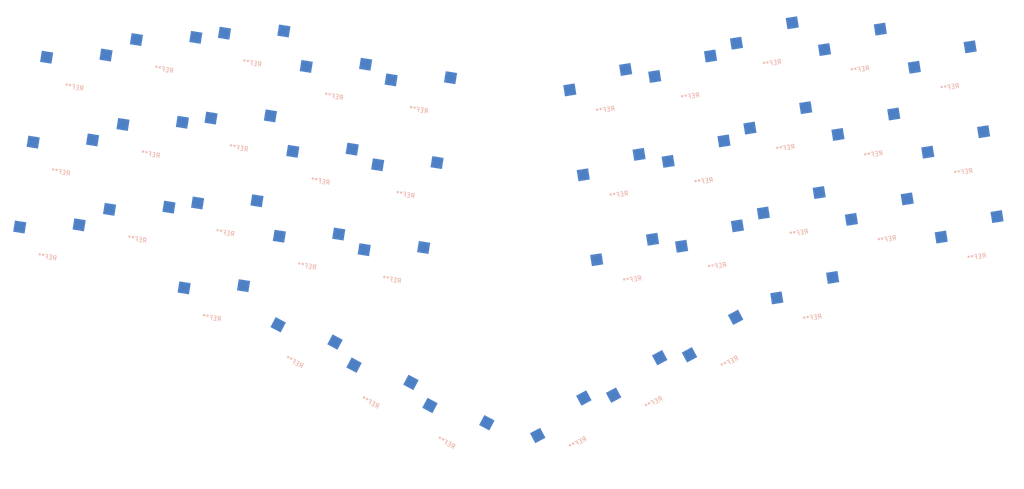
<source format=kicad_pcb>
(kicad_pcb (version 20171130) (host pcbnew 5.1.6-c6e7f7d~86~ubuntu19.10.1)

  (general
    (thickness 1.6)
    (drawings 0)
    (tracks 0)
    (zones 0)
    (modules 38)
    (nets 1)
  )

  (page USLetter)
  (layers
    (0 F.Cu signal)
    (31 B.Cu signal hide)
    (32 B.Adhes user hide)
    (33 F.Adhes user hide)
    (34 B.Paste user hide)
    (35 F.Paste user hide)
    (36 B.SilkS user hide)
    (37 F.SilkS user hide)
    (38 B.Mask user hide)
    (39 F.Mask user hide)
    (40 Dwgs.User user)
    (41 Cmts.User user hide)
    (42 Eco1.User user hide)
    (43 Eco2.User user hide)
    (44 Edge.Cuts user hide)
    (45 Margin user hide)
    (46 B.CrtYd user hide)
    (47 F.CrtYd user hide)
    (48 B.Fab user hide)
    (49 F.Fab user hide)
  )

  (setup
    (last_trace_width 0.25)
    (trace_clearance 0.2)
    (zone_clearance 0.508)
    (zone_45_only no)
    (trace_min 0.2)
    (via_size 0.8)
    (via_drill 0.4)
    (via_min_size 0.4)
    (via_min_drill 0.3)
    (uvia_size 0.3)
    (uvia_drill 0.1)
    (uvias_allowed no)
    (uvia_min_size 0.2)
    (uvia_min_drill 0.1)
    (edge_width 0.05)
    (segment_width 0.2)
    (pcb_text_width 0.3)
    (pcb_text_size 1.5 1.5)
    (mod_edge_width 0.12)
    (mod_text_size 1 1)
    (mod_text_width 0.15)
    (pad_size 1.524 1.524)
    (pad_drill 0.762)
    (pad_to_mask_clearance 0.05)
    (aux_axis_origin 0 0)
    (visible_elements FFFFFF7F)
    (pcbplotparams
      (layerselection 0x010fc_ffffffff)
      (usegerberextensions false)
      (usegerberattributes true)
      (usegerberadvancedattributes true)
      (creategerberjobfile true)
      (excludeedgelayer true)
      (linewidth 0.100000)
      (plotframeref false)
      (viasonmask false)
      (mode 1)
      (useauxorigin false)
      (hpglpennumber 1)
      (hpglpenspeed 20)
      (hpglpendiameter 15.000000)
      (psnegative false)
      (psa4output false)
      (plotreference true)
      (plotvalue true)
      (plotinvisibletext false)
      (padsonsilk false)
      (subtractmaskfromsilk false)
      (outputformat 1)
      (mirror false)
      (drillshape 1)
      (scaleselection 1)
      (outputdirectory ""))
  )

  (net 0 "")

  (net_class Default "This is the default net class."
    (clearance 0.2)
    (trace_width 0.25)
    (via_dia 0.8)
    (via_drill 0.4)
    (uvia_dia 0.3)
    (uvia_drill 0.1)
  )

  (module MX_Only:MXOnly-1U-Hotswap (layer F.Cu) (tedit 5BFF7B40) (tstamp 5F54FD63)
    (at 199.423678 120.829634 9)
    (attr smd)
    (fp_text reference REF** (at 0 3.048 9) (layer B.CrtYd)
      (effects (font (size 1 1) (thickness 0.15)) (justify mirror))
    )
    (fp_text value 1U (at 0 -7.9375 9) (layer Dwgs.User)
      (effects (font (size 1 1) (thickness 0.15)))
    )
    (fp_line (start 5 -7) (end 7 -7) (layer Dwgs.User) (width 0.15))
    (fp_line (start 7 -7) (end 7 -5) (layer Dwgs.User) (width 0.15))
    (fp_line (start 5 7) (end 7 7) (layer Dwgs.User) (width 0.15))
    (fp_line (start 7 7) (end 7 5) (layer Dwgs.User) (width 0.15))
    (fp_line (start -7 5) (end -7 7) (layer Dwgs.User) (width 0.15))
    (fp_line (start -7 7) (end -5 7) (layer Dwgs.User) (width 0.15))
    (fp_line (start -5 -7) (end -7 -7) (layer Dwgs.User) (width 0.15))
    (fp_line (start -7 -7) (end -7 -5) (layer Dwgs.User) (width 0.15))
    (fp_line (start -9.525 -9.525) (end 9.525 -9.525) (layer Dwgs.User) (width 0.15))
    (fp_line (start 9.525 -9.525) (end 9.525 9.525) (layer Dwgs.User) (width 0.15))
    (fp_line (start 9.525 9.525) (end -9.525 9.525) (layer Dwgs.User) (width 0.15))
    (fp_line (start -9.525 9.525) (end -9.525 -9.525) (layer Dwgs.User) (width 0.15))
    (fp_circle (center 2.54 -5.08) (end 2.54 -6.604) (layer B.CrtYd) (width 0.15))
    (fp_circle (center -3.81 -2.54) (end -3.81 -4.064) (layer B.CrtYd) (width 0.15))
    (fp_line (start 4.572 -6.35) (end 7.112 -6.35) (layer B.CrtYd) (width 0.15))
    (fp_line (start 7.112 -6.35) (end 7.112 -3.81) (layer B.CrtYd) (width 0.15))
    (fp_line (start 7.112 -3.81) (end 4.572 -3.81) (layer B.CrtYd) (width 0.15))
    (fp_line (start 4.572 -3.81) (end 4.572 -6.35) (layer B.CrtYd) (width 0.15))
    (fp_line (start -5.842 -3.81) (end -8.382 -3.81) (layer B.CrtYd) (width 0.15))
    (fp_line (start -8.382 -3.81) (end -8.382 -1.27) (layer B.CrtYd) (width 0.15))
    (fp_line (start -8.382 -1.27) (end -5.842 -1.27) (layer B.CrtYd) (width 0.15))
    (fp_line (start -5.842 -1.27) (end -5.842 -3.81) (layer B.CrtYd) (width 0.15))
    (fp_text user %R (at 0 3.048 9) (layer B.SilkS)
      (effects (font (size 1 1) (thickness 0.15)) (justify mirror))
    )
    (pad 2 smd rect (at 5.842 -5.08 9) (size 2.55 2.5) (layers B.Cu B.Paste B.Mask))
    (pad 1 smd rect (at -7.085 -2.54 9) (size 2.55 2.5) (layers B.Cu B.Paste B.Mask))
    (pad "" np_thru_hole circle (at 5.08 0 57.0996) (size 1.75 1.75) (drill 1.75) (layers *.Cu *.Mask))
    (pad "" np_thru_hole circle (at -5.08 0 57.0996) (size 1.75 1.75) (drill 1.75) (layers *.Cu *.Mask))
    (pad "" np_thru_hole circle (at -3.81 -2.54 9) (size 3 3) (drill 3) (layers *.Cu *.Mask))
    (pad "" np_thru_hole circle (at 0 0 9) (size 3.9878 3.9878) (drill 3.9878) (layers *.Cu *.Mask))
    (pad "" np_thru_hole circle (at 2.54 -5.08 9) (size 3 3) (drill 3) (layers *.Cu *.Mask))
  )

  (module MX_Only:MXOnly-1U-Hotswap (layer F.Cu) (tedit 5BFF7B40) (tstamp 5F54FD63)
    (at 86.575691 130.962451 332)
    (attr smd)
    (fp_text reference REF** (at 0 3.048 152) (layer B.CrtYd)
      (effects (font (size 1 1) (thickness 0.15)) (justify mirror))
    )
    (fp_text value 1U (at 0 -7.9375 152) (layer Dwgs.User)
      (effects (font (size 1 1) (thickness 0.15)))
    )
    (fp_line (start 5 -7) (end 7 -7) (layer Dwgs.User) (width 0.15))
    (fp_line (start 7 -7) (end 7 -5) (layer Dwgs.User) (width 0.15))
    (fp_line (start 5 7) (end 7 7) (layer Dwgs.User) (width 0.15))
    (fp_line (start 7 7) (end 7 5) (layer Dwgs.User) (width 0.15))
    (fp_line (start -7 5) (end -7 7) (layer Dwgs.User) (width 0.15))
    (fp_line (start -7 7) (end -5 7) (layer Dwgs.User) (width 0.15))
    (fp_line (start -5 -7) (end -7 -7) (layer Dwgs.User) (width 0.15))
    (fp_line (start -7 -7) (end -7 -5) (layer Dwgs.User) (width 0.15))
    (fp_line (start -9.525 -9.525) (end 9.525 -9.525) (layer Dwgs.User) (width 0.15))
    (fp_line (start 9.525 -9.525) (end 9.525 9.525) (layer Dwgs.User) (width 0.15))
    (fp_line (start 9.525 9.525) (end -9.525 9.525) (layer Dwgs.User) (width 0.15))
    (fp_line (start -9.525 9.525) (end -9.525 -9.525) (layer Dwgs.User) (width 0.15))
    (fp_circle (center 2.54 -5.08) (end 2.54 -6.604) (layer B.CrtYd) (width 0.15))
    (fp_circle (center -3.81 -2.54) (end -3.81 -4.064) (layer B.CrtYd) (width 0.15))
    (fp_line (start 4.572 -6.35) (end 7.112 -6.35) (layer B.CrtYd) (width 0.15))
    (fp_line (start 7.112 -6.35) (end 7.112 -3.81) (layer B.CrtYd) (width 0.15))
    (fp_line (start 7.112 -3.81) (end 4.572 -3.81) (layer B.CrtYd) (width 0.15))
    (fp_line (start 4.572 -3.81) (end 4.572 -6.35) (layer B.CrtYd) (width 0.15))
    (fp_line (start -5.842 -3.81) (end -8.382 -3.81) (layer B.CrtYd) (width 0.15))
    (fp_line (start -8.382 -3.81) (end -8.382 -1.27) (layer B.CrtYd) (width 0.15))
    (fp_line (start -8.382 -1.27) (end -5.842 -1.27) (layer B.CrtYd) (width 0.15))
    (fp_line (start -5.842 -1.27) (end -5.842 -3.81) (layer B.CrtYd) (width 0.15))
    (fp_text user %R (at 0 3.048 152) (layer B.SilkS)
      (effects (font (size 1 1) (thickness 0.15)) (justify mirror))
    )
    (pad 2 smd rect (at 5.842 -5.08 332) (size 2.55 2.5) (layers B.Cu B.Paste B.Mask))
    (pad 1 smd rect (at -7.085 -2.54 332) (size 2.55 2.5) (layers B.Cu B.Paste B.Mask))
    (pad "" np_thru_hole circle (at 5.08 0 20.0996) (size 1.75 1.75) (drill 1.75) (layers *.Cu *.Mask))
    (pad "" np_thru_hole circle (at -5.08 0 20.0996) (size 1.75 1.75) (drill 1.75) (layers *.Cu *.Mask))
    (pad "" np_thru_hole circle (at -3.81 -2.54 332) (size 3 3) (drill 3) (layers *.Cu *.Mask))
    (pad "" np_thru_hole circle (at 0 0 332) (size 3.9878 3.9878) (drill 3.9878) (layers *.Cu *.Mask))
    (pad "" np_thru_hole circle (at 2.54 -5.08 332) (size 3 3) (drill 3) (layers *.Cu *.Mask))
  )

  (module MX_Only:MXOnly-1U-Hotswap (layer F.Cu) (tedit 5BFF7B40) (tstamp 5F5560EB)
    (at 163.304156 139.905887 28)
    (attr smd)
    (fp_text reference REF** (at 0 3.048 28) (layer B.CrtYd)
      (effects (font (size 1 1) (thickness 0.15)) (justify mirror))
    )
    (fp_text value 1U (at 0 -7.9375 28) (layer Dwgs.User)
      (effects (font (size 1 1) (thickness 0.15)))
    )
    (fp_line (start 5 -7) (end 7 -7) (layer Dwgs.User) (width 0.15))
    (fp_line (start 7 -7) (end 7 -5) (layer Dwgs.User) (width 0.15))
    (fp_line (start 5 7) (end 7 7) (layer Dwgs.User) (width 0.15))
    (fp_line (start 7 7) (end 7 5) (layer Dwgs.User) (width 0.15))
    (fp_line (start -7 5) (end -7 7) (layer Dwgs.User) (width 0.15))
    (fp_line (start -7 7) (end -5 7) (layer Dwgs.User) (width 0.15))
    (fp_line (start -5 -7) (end -7 -7) (layer Dwgs.User) (width 0.15))
    (fp_line (start -7 -7) (end -7 -5) (layer Dwgs.User) (width 0.15))
    (fp_line (start -9.525 -9.525) (end 9.525 -9.525) (layer Dwgs.User) (width 0.15))
    (fp_line (start 9.525 -9.525) (end 9.525 9.525) (layer Dwgs.User) (width 0.15))
    (fp_line (start 9.525 9.525) (end -9.525 9.525) (layer Dwgs.User) (width 0.15))
    (fp_line (start -9.525 9.525) (end -9.525 -9.525) (layer Dwgs.User) (width 0.15))
    (fp_circle (center 2.54 -5.08) (end 2.54 -6.604) (layer B.CrtYd) (width 0.15))
    (fp_circle (center -3.81 -2.54) (end -3.81 -4.064) (layer B.CrtYd) (width 0.15))
    (fp_line (start 4.572 -6.35) (end 7.112 -6.35) (layer B.CrtYd) (width 0.15))
    (fp_line (start 7.112 -6.35) (end 7.112 -3.81) (layer B.CrtYd) (width 0.15))
    (fp_line (start 7.112 -3.81) (end 4.572 -3.81) (layer B.CrtYd) (width 0.15))
    (fp_line (start 4.572 -3.81) (end 4.572 -6.35) (layer B.CrtYd) (width 0.15))
    (fp_line (start -5.842 -3.81) (end -8.382 -3.81) (layer B.CrtYd) (width 0.15))
    (fp_line (start -8.382 -3.81) (end -8.382 -1.27) (layer B.CrtYd) (width 0.15))
    (fp_line (start -8.382 -1.27) (end -5.842 -1.27) (layer B.CrtYd) (width 0.15))
    (fp_line (start -5.842 -1.27) (end -5.842 -3.81) (layer B.CrtYd) (width 0.15))
    (fp_text user %R (at 0 3.048 28) (layer B.SilkS)
      (effects (font (size 1 1) (thickness 0.15)) (justify mirror))
    )
    (pad 2 smd rect (at 5.842 -5.08 28) (size 2.55 2.5) (layers B.Cu B.Paste B.Mask))
    (pad 1 smd rect (at -7.085 -2.54 28) (size 2.55 2.5) (layers B.Cu B.Paste B.Mask))
    (pad "" np_thru_hole circle (at 5.08 0 76.0996) (size 1.75 1.75) (drill 1.75) (layers *.Cu *.Mask))
    (pad "" np_thru_hole circle (at -5.08 0 76.0996) (size 1.75 1.75) (drill 1.75) (layers *.Cu *.Mask))
    (pad "" np_thru_hole circle (at -3.81 -2.54 28) (size 3 3) (drill 3) (layers *.Cu *.Mask))
    (pad "" np_thru_hole circle (at 0 0 28) (size 3.9878 3.9878) (drill 3.9878) (layers *.Cu *.Mask))
    (pad "" np_thru_hole circle (at 2.54 -5.08 28) (size 3 3) (drill 3) (layers *.Cu *.Mask))
  )

  (module MX_Only:MXOnly-1U-Hotswap (layer F.Cu) (tedit 5BFF7B40) (tstamp 5F5560CA)
    (at 146.484005 148.84932 28)
    (attr smd)
    (fp_text reference REF** (at 0 3.048 28) (layer B.CrtYd)
      (effects (font (size 1 1) (thickness 0.15)) (justify mirror))
    )
    (fp_text value 1U (at 0 -7.9375 28) (layer Dwgs.User)
      (effects (font (size 1 1) (thickness 0.15)))
    )
    (fp_line (start 5 -7) (end 7 -7) (layer Dwgs.User) (width 0.15))
    (fp_line (start 7 -7) (end 7 -5) (layer Dwgs.User) (width 0.15))
    (fp_line (start 5 7) (end 7 7) (layer Dwgs.User) (width 0.15))
    (fp_line (start 7 7) (end 7 5) (layer Dwgs.User) (width 0.15))
    (fp_line (start -7 5) (end -7 7) (layer Dwgs.User) (width 0.15))
    (fp_line (start -7 7) (end -5 7) (layer Dwgs.User) (width 0.15))
    (fp_line (start -5 -7) (end -7 -7) (layer Dwgs.User) (width 0.15))
    (fp_line (start -7 -7) (end -7 -5) (layer Dwgs.User) (width 0.15))
    (fp_line (start -9.525 -9.525) (end 9.525 -9.525) (layer Dwgs.User) (width 0.15))
    (fp_line (start 9.525 -9.525) (end 9.525 9.525) (layer Dwgs.User) (width 0.15))
    (fp_line (start 9.525 9.525) (end -9.525 9.525) (layer Dwgs.User) (width 0.15))
    (fp_line (start -9.525 9.525) (end -9.525 -9.525) (layer Dwgs.User) (width 0.15))
    (fp_circle (center 2.54 -5.08) (end 2.54 -6.604) (layer B.CrtYd) (width 0.15))
    (fp_circle (center -3.81 -2.54) (end -3.81 -4.064) (layer B.CrtYd) (width 0.15))
    (fp_line (start 4.572 -6.35) (end 7.112 -6.35) (layer B.CrtYd) (width 0.15))
    (fp_line (start 7.112 -6.35) (end 7.112 -3.81) (layer B.CrtYd) (width 0.15))
    (fp_line (start 7.112 -3.81) (end 4.572 -3.81) (layer B.CrtYd) (width 0.15))
    (fp_line (start 4.572 -3.81) (end 4.572 -6.35) (layer B.CrtYd) (width 0.15))
    (fp_line (start -5.842 -3.81) (end -8.382 -3.81) (layer B.CrtYd) (width 0.15))
    (fp_line (start -8.382 -3.81) (end -8.382 -1.27) (layer B.CrtYd) (width 0.15))
    (fp_line (start -8.382 -1.27) (end -5.842 -1.27) (layer B.CrtYd) (width 0.15))
    (fp_line (start -5.842 -1.27) (end -5.842 -3.81) (layer B.CrtYd) (width 0.15))
    (fp_text user %R (at 0 3.048 28) (layer B.SilkS)
      (effects (font (size 1 1) (thickness 0.15)) (justify mirror))
    )
    (pad 2 smd rect (at 5.842 -5.08 28) (size 2.55 2.5) (layers B.Cu B.Paste B.Mask))
    (pad 1 smd rect (at -7.085 -2.54 28) (size 2.55 2.5) (layers B.Cu B.Paste B.Mask))
    (pad "" np_thru_hole circle (at 5.08 0 76.0996) (size 1.75 1.75) (drill 1.75) (layers *.Cu *.Mask))
    (pad "" np_thru_hole circle (at -5.08 0 76.0996) (size 1.75 1.75) (drill 1.75) (layers *.Cu *.Mask))
    (pad "" np_thru_hole circle (at -3.81 -2.54 28) (size 3 3) (drill 3) (layers *.Cu *.Mask))
    (pad "" np_thru_hole circle (at 0 0 28) (size 3.9878 3.9878) (drill 3.9878) (layers *.Cu *.Mask))
    (pad "" np_thru_hole circle (at 2.54 -5.08 28) (size 3 3) (drill 3) (layers *.Cu *.Mask))
  )

  (module MX_Only:MXOnly-1U-Hotswap (layer F.Cu) (tedit 5BFF7B40) (tstamp 5F5560A9)
    (at 180.124309 130.962452 28)
    (attr smd)
    (fp_text reference REF** (at 0 3.048 28) (layer B.CrtYd)
      (effects (font (size 1 1) (thickness 0.15)) (justify mirror))
    )
    (fp_text value 1U (at 0 -7.9375 28) (layer Dwgs.User)
      (effects (font (size 1 1) (thickness 0.15)))
    )
    (fp_line (start 5 -7) (end 7 -7) (layer Dwgs.User) (width 0.15))
    (fp_line (start 7 -7) (end 7 -5) (layer Dwgs.User) (width 0.15))
    (fp_line (start 5 7) (end 7 7) (layer Dwgs.User) (width 0.15))
    (fp_line (start 7 7) (end 7 5) (layer Dwgs.User) (width 0.15))
    (fp_line (start -7 5) (end -7 7) (layer Dwgs.User) (width 0.15))
    (fp_line (start -7 7) (end -5 7) (layer Dwgs.User) (width 0.15))
    (fp_line (start -5 -7) (end -7 -7) (layer Dwgs.User) (width 0.15))
    (fp_line (start -7 -7) (end -7 -5) (layer Dwgs.User) (width 0.15))
    (fp_line (start -9.525 -9.525) (end 9.525 -9.525) (layer Dwgs.User) (width 0.15))
    (fp_line (start 9.525 -9.525) (end 9.525 9.525) (layer Dwgs.User) (width 0.15))
    (fp_line (start 9.525 9.525) (end -9.525 9.525) (layer Dwgs.User) (width 0.15))
    (fp_line (start -9.525 9.525) (end -9.525 -9.525) (layer Dwgs.User) (width 0.15))
    (fp_circle (center 2.54 -5.08) (end 2.54 -6.604) (layer B.CrtYd) (width 0.15))
    (fp_circle (center -3.81 -2.54) (end -3.81 -4.064) (layer B.CrtYd) (width 0.15))
    (fp_line (start 4.572 -6.35) (end 7.112 -6.35) (layer B.CrtYd) (width 0.15))
    (fp_line (start 7.112 -6.35) (end 7.112 -3.81) (layer B.CrtYd) (width 0.15))
    (fp_line (start 7.112 -3.81) (end 4.572 -3.81) (layer B.CrtYd) (width 0.15))
    (fp_line (start 4.572 -3.81) (end 4.572 -6.35) (layer B.CrtYd) (width 0.15))
    (fp_line (start -5.842 -3.81) (end -8.382 -3.81) (layer B.CrtYd) (width 0.15))
    (fp_line (start -8.382 -3.81) (end -8.382 -1.27) (layer B.CrtYd) (width 0.15))
    (fp_line (start -8.382 -1.27) (end -5.842 -1.27) (layer B.CrtYd) (width 0.15))
    (fp_line (start -5.842 -1.27) (end -5.842 -3.81) (layer B.CrtYd) (width 0.15))
    (fp_text user %R (at 0 3.048 28) (layer B.SilkS)
      (effects (font (size 1 1) (thickness 0.15)) (justify mirror))
    )
    (pad 2 smd rect (at 5.842 -5.08 28) (size 2.55 2.5) (layers B.Cu B.Paste B.Mask))
    (pad 1 smd rect (at -7.085 -2.54 28) (size 2.55 2.5) (layers B.Cu B.Paste B.Mask))
    (pad "" np_thru_hole circle (at 5.08 0 76.0996) (size 1.75 1.75) (drill 1.75) (layers *.Cu *.Mask))
    (pad "" np_thru_hole circle (at -5.08 0 76.0996) (size 1.75 1.75) (drill 1.75) (layers *.Cu *.Mask))
    (pad "" np_thru_hole circle (at -3.81 -2.54 28) (size 3 3) (drill 3) (layers *.Cu *.Mask))
    (pad "" np_thru_hole circle (at 0 0 28) (size 3.9878 3.9878) (drill 3.9878) (layers *.Cu *.Mask))
    (pad "" np_thru_hole circle (at 2.54 -5.08 28) (size 3 3) (drill 3) (layers *.Cu *.Mask))
  )

  (module MX_Only:MXOnly-1U-Hotswap (layer F.Cu) (tedit 5BFF7B40) (tstamp 5F555FD8)
    (at 120.215995 148.849319 332)
    (attr smd)
    (fp_text reference REF** (at 0 3.048 152) (layer B.CrtYd)
      (effects (font (size 1 1) (thickness 0.15)) (justify mirror))
    )
    (fp_text value 1U (at 0 -7.9375 152) (layer Dwgs.User)
      (effects (font (size 1 1) (thickness 0.15)))
    )
    (fp_line (start 5 -7) (end 7 -7) (layer Dwgs.User) (width 0.15))
    (fp_line (start 7 -7) (end 7 -5) (layer Dwgs.User) (width 0.15))
    (fp_line (start 5 7) (end 7 7) (layer Dwgs.User) (width 0.15))
    (fp_line (start 7 7) (end 7 5) (layer Dwgs.User) (width 0.15))
    (fp_line (start -7 5) (end -7 7) (layer Dwgs.User) (width 0.15))
    (fp_line (start -7 7) (end -5 7) (layer Dwgs.User) (width 0.15))
    (fp_line (start -5 -7) (end -7 -7) (layer Dwgs.User) (width 0.15))
    (fp_line (start -7 -7) (end -7 -5) (layer Dwgs.User) (width 0.15))
    (fp_line (start -9.525 -9.525) (end 9.525 -9.525) (layer Dwgs.User) (width 0.15))
    (fp_line (start 9.525 -9.525) (end 9.525 9.525) (layer Dwgs.User) (width 0.15))
    (fp_line (start 9.525 9.525) (end -9.525 9.525) (layer Dwgs.User) (width 0.15))
    (fp_line (start -9.525 9.525) (end -9.525 -9.525) (layer Dwgs.User) (width 0.15))
    (fp_circle (center 2.54 -5.08) (end 2.54 -6.604) (layer B.CrtYd) (width 0.15))
    (fp_circle (center -3.81 -2.54) (end -3.81 -4.064) (layer B.CrtYd) (width 0.15))
    (fp_line (start 4.572 -6.35) (end 7.112 -6.35) (layer B.CrtYd) (width 0.15))
    (fp_line (start 7.112 -6.35) (end 7.112 -3.81) (layer B.CrtYd) (width 0.15))
    (fp_line (start 7.112 -3.81) (end 4.572 -3.81) (layer B.CrtYd) (width 0.15))
    (fp_line (start 4.572 -3.81) (end 4.572 -6.35) (layer B.CrtYd) (width 0.15))
    (fp_line (start -5.842 -3.81) (end -8.382 -3.81) (layer B.CrtYd) (width 0.15))
    (fp_line (start -8.382 -3.81) (end -8.382 -1.27) (layer B.CrtYd) (width 0.15))
    (fp_line (start -8.382 -1.27) (end -5.842 -1.27) (layer B.CrtYd) (width 0.15))
    (fp_line (start -5.842 -1.27) (end -5.842 -3.81) (layer B.CrtYd) (width 0.15))
    (fp_text user %R (at 0 3.048 152) (layer B.SilkS)
      (effects (font (size 1 1) (thickness 0.15)) (justify mirror))
    )
    (pad "" np_thru_hole circle (at 2.54 -5.08 332) (size 3 3) (drill 3) (layers *.Cu *.Mask))
    (pad "" np_thru_hole circle (at 0 0 332) (size 3.9878 3.9878) (drill 3.9878) (layers *.Cu *.Mask))
    (pad "" np_thru_hole circle (at -3.81 -2.54 332) (size 3 3) (drill 3) (layers *.Cu *.Mask))
    (pad "" np_thru_hole circle (at -5.08 0 20.0996) (size 1.75 1.75) (drill 1.75) (layers *.Cu *.Mask))
    (pad "" np_thru_hole circle (at 5.08 0 20.0996) (size 1.75 1.75) (drill 1.75) (layers *.Cu *.Mask))
    (pad 1 smd rect (at -7.085 -2.54 332) (size 2.55 2.5) (layers B.Cu B.Paste B.Mask))
    (pad 2 smd rect (at 5.842 -5.08 332) (size 2.55 2.5) (layers B.Cu B.Paste B.Mask))
  )

  (module MX_Only:MXOnly-1U-Hotswap (layer F.Cu) (tedit 5BFF7B40) (tstamp 5F555FD8)
    (at 103.395843 139.905885 332)
    (attr smd)
    (fp_text reference REF** (at 0 3.048 152) (layer B.CrtYd)
      (effects (font (size 1 1) (thickness 0.15)) (justify mirror))
    )
    (fp_text value 1U (at 0 -7.9375 152) (layer Dwgs.User)
      (effects (font (size 1 1) (thickness 0.15)))
    )
    (fp_line (start 5 -7) (end 7 -7) (layer Dwgs.User) (width 0.15))
    (fp_line (start 7 -7) (end 7 -5) (layer Dwgs.User) (width 0.15))
    (fp_line (start 5 7) (end 7 7) (layer Dwgs.User) (width 0.15))
    (fp_line (start 7 7) (end 7 5) (layer Dwgs.User) (width 0.15))
    (fp_line (start -7 5) (end -7 7) (layer Dwgs.User) (width 0.15))
    (fp_line (start -7 7) (end -5 7) (layer Dwgs.User) (width 0.15))
    (fp_line (start -5 -7) (end -7 -7) (layer Dwgs.User) (width 0.15))
    (fp_line (start -7 -7) (end -7 -5) (layer Dwgs.User) (width 0.15))
    (fp_line (start -9.525 -9.525) (end 9.525 -9.525) (layer Dwgs.User) (width 0.15))
    (fp_line (start 9.525 -9.525) (end 9.525 9.525) (layer Dwgs.User) (width 0.15))
    (fp_line (start 9.525 9.525) (end -9.525 9.525) (layer Dwgs.User) (width 0.15))
    (fp_line (start -9.525 9.525) (end -9.525 -9.525) (layer Dwgs.User) (width 0.15))
    (fp_circle (center 2.54 -5.08) (end 2.54 -6.604) (layer B.CrtYd) (width 0.15))
    (fp_circle (center -3.81 -2.54) (end -3.81 -4.064) (layer B.CrtYd) (width 0.15))
    (fp_line (start 4.572 -6.35) (end 7.112 -6.35) (layer B.CrtYd) (width 0.15))
    (fp_line (start 7.112 -6.35) (end 7.112 -3.81) (layer B.CrtYd) (width 0.15))
    (fp_line (start 7.112 -3.81) (end 4.572 -3.81) (layer B.CrtYd) (width 0.15))
    (fp_line (start 4.572 -3.81) (end 4.572 -6.35) (layer B.CrtYd) (width 0.15))
    (fp_line (start -5.842 -3.81) (end -8.382 -3.81) (layer B.CrtYd) (width 0.15))
    (fp_line (start -8.382 -3.81) (end -8.382 -1.27) (layer B.CrtYd) (width 0.15))
    (fp_line (start -8.382 -1.27) (end -5.842 -1.27) (layer B.CrtYd) (width 0.15))
    (fp_line (start -5.842 -1.27) (end -5.842 -3.81) (layer B.CrtYd) (width 0.15))
    (fp_text user %R (at 0 3.048 152) (layer B.SilkS)
      (effects (font (size 1 1) (thickness 0.15)) (justify mirror))
    )
    (pad "" np_thru_hole circle (at 2.54 -5.08 332) (size 3 3) (drill 3) (layers *.Cu *.Mask))
    (pad "" np_thru_hole circle (at 0 0 332) (size 3.9878 3.9878) (drill 3.9878) (layers *.Cu *.Mask))
    (pad "" np_thru_hole circle (at -3.81 -2.54 332) (size 3 3) (drill 3) (layers *.Cu *.Mask))
    (pad "" np_thru_hole circle (at -5.08 0 20.0996) (size 1.75 1.75) (drill 1.75) (layers *.Cu *.Mask))
    (pad "" np_thru_hole circle (at 5.08 0 20.0996) (size 1.75 1.75) (drill 1.75) (layers *.Cu *.Mask))
    (pad 1 smd rect (at -7.085 -2.54 332) (size 2.55 2.5) (layers B.Cu B.Paste B.Mask))
    (pad 2 smd rect (at 5.842 -5.08 332) (size 2.55 2.5) (layers B.Cu B.Paste B.Mask))
  )

  (module MX_Only:MXOnly-1U-Hotswap (layer F.Cu) (tedit 5BFF7B40) (tstamp 5F555FD8)
    (at 67.276322 120.829634 351)
    (attr smd)
    (fp_text reference REF** (at 0 3.048 171) (layer B.CrtYd)
      (effects (font (size 1 1) (thickness 0.15)) (justify mirror))
    )
    (fp_text value 1U (at 0 -7.9375 171) (layer Dwgs.User)
      (effects (font (size 1 1) (thickness 0.15)))
    )
    (fp_line (start 5 -7) (end 7 -7) (layer Dwgs.User) (width 0.15))
    (fp_line (start 7 -7) (end 7 -5) (layer Dwgs.User) (width 0.15))
    (fp_line (start 5 7) (end 7 7) (layer Dwgs.User) (width 0.15))
    (fp_line (start 7 7) (end 7 5) (layer Dwgs.User) (width 0.15))
    (fp_line (start -7 5) (end -7 7) (layer Dwgs.User) (width 0.15))
    (fp_line (start -7 7) (end -5 7) (layer Dwgs.User) (width 0.15))
    (fp_line (start -5 -7) (end -7 -7) (layer Dwgs.User) (width 0.15))
    (fp_line (start -7 -7) (end -7 -5) (layer Dwgs.User) (width 0.15))
    (fp_line (start -9.525 -9.525) (end 9.525 -9.525) (layer Dwgs.User) (width 0.15))
    (fp_line (start 9.525 -9.525) (end 9.525 9.525) (layer Dwgs.User) (width 0.15))
    (fp_line (start 9.525 9.525) (end -9.525 9.525) (layer Dwgs.User) (width 0.15))
    (fp_line (start -9.525 9.525) (end -9.525 -9.525) (layer Dwgs.User) (width 0.15))
    (fp_circle (center 2.54 -5.08) (end 2.54 -6.604) (layer B.CrtYd) (width 0.15))
    (fp_circle (center -3.81 -2.54) (end -3.81 -4.064) (layer B.CrtYd) (width 0.15))
    (fp_line (start 4.572 -6.35) (end 7.112 -6.35) (layer B.CrtYd) (width 0.15))
    (fp_line (start 7.112 -6.35) (end 7.112 -3.81) (layer B.CrtYd) (width 0.15))
    (fp_line (start 7.112 -3.81) (end 4.572 -3.81) (layer B.CrtYd) (width 0.15))
    (fp_line (start 4.572 -3.81) (end 4.572 -6.35) (layer B.CrtYd) (width 0.15))
    (fp_line (start -5.842 -3.81) (end -8.382 -3.81) (layer B.CrtYd) (width 0.15))
    (fp_line (start -8.382 -3.81) (end -8.382 -1.27) (layer B.CrtYd) (width 0.15))
    (fp_line (start -8.382 -1.27) (end -5.842 -1.27) (layer B.CrtYd) (width 0.15))
    (fp_line (start -5.842 -1.27) (end -5.842 -3.81) (layer B.CrtYd) (width 0.15))
    (fp_text user %R (at 0 3.048 171) (layer B.SilkS)
      (effects (font (size 1 1) (thickness 0.15)) (justify mirror))
    )
    (pad "" np_thru_hole circle (at 2.54 -5.08 351) (size 3 3) (drill 3) (layers *.Cu *.Mask))
    (pad "" np_thru_hole circle (at 0 0 351) (size 3.9878 3.9878) (drill 3.9878) (layers *.Cu *.Mask))
    (pad "" np_thru_hole circle (at -3.81 -2.54 351) (size 3 3) (drill 3) (layers *.Cu *.Mask))
    (pad "" np_thru_hole circle (at -5.08 0 39.0996) (size 1.75 1.75) (drill 1.75) (layers *.Cu *.Mask))
    (pad "" np_thru_hole circle (at 5.08 0 39.0996) (size 1.75 1.75) (drill 1.75) (layers *.Cu *.Mask))
    (pad 1 smd rect (at -7.085 -2.54 351) (size 2.55 2.5) (layers B.Cu B.Paste B.Mask))
    (pad 2 smd rect (at 5.842 -5.08 351) (size 2.55 2.5) (layers B.Cu B.Paste B.Mask))
  )

  (module MX_Only:MXOnly-1U-Hotswap (layer F.Cu) (tedit 5BFF7B40) (tstamp 5F042BCA)
    (at 235.862573 107.343296 9)
    (attr smd)
    (fp_text reference REF** (at 0 3.048 9) (layer B.CrtYd)
      (effects (font (size 1 1) (thickness 0.15)) (justify mirror))
    )
    (fp_text value 1U (at 0 -7.9375 9) (layer Dwgs.User)
      (effects (font (size 1 1) (thickness 0.15)))
    )
    (fp_line (start -5.842 -1.27) (end -5.842 -3.81) (layer B.CrtYd) (width 0.15))
    (fp_line (start -8.382 -1.27) (end -5.842 -1.27) (layer B.CrtYd) (width 0.15))
    (fp_line (start -8.382 -3.81) (end -8.382 -1.27) (layer B.CrtYd) (width 0.15))
    (fp_line (start -5.842 -3.81) (end -8.382 -3.81) (layer B.CrtYd) (width 0.15))
    (fp_line (start 4.572 -3.81) (end 4.572 -6.35) (layer B.CrtYd) (width 0.15))
    (fp_line (start 7.112 -3.81) (end 4.572 -3.81) (layer B.CrtYd) (width 0.15))
    (fp_line (start 7.112 -6.35) (end 7.112 -3.81) (layer B.CrtYd) (width 0.15))
    (fp_line (start 4.572 -6.35) (end 7.112 -6.35) (layer B.CrtYd) (width 0.15))
    (fp_circle (center -3.81 -2.54) (end -3.81 -4.064) (layer B.CrtYd) (width 0.15))
    (fp_circle (center 2.54 -5.08) (end 2.54 -6.604) (layer B.CrtYd) (width 0.15))
    (fp_line (start -9.525 9.525) (end -9.525 -9.525) (layer Dwgs.User) (width 0.15))
    (fp_line (start 9.525 9.525) (end -9.525 9.525) (layer Dwgs.User) (width 0.15))
    (fp_line (start 9.525 -9.525) (end 9.525 9.525) (layer Dwgs.User) (width 0.15))
    (fp_line (start -9.525 -9.525) (end 9.525 -9.525) (layer Dwgs.User) (width 0.15))
    (fp_line (start -7 -7) (end -7 -5) (layer Dwgs.User) (width 0.15))
    (fp_line (start -5 -7) (end -7 -7) (layer Dwgs.User) (width 0.15))
    (fp_line (start -7 7) (end -5 7) (layer Dwgs.User) (width 0.15))
    (fp_line (start -7 5) (end -7 7) (layer Dwgs.User) (width 0.15))
    (fp_line (start 7 7) (end 7 5) (layer Dwgs.User) (width 0.15))
    (fp_line (start 5 7) (end 7 7) (layer Dwgs.User) (width 0.15))
    (fp_line (start 7 -7) (end 7 -5) (layer Dwgs.User) (width 0.15))
    (fp_line (start 5 -7) (end 7 -7) (layer Dwgs.User) (width 0.15))
    (fp_text user %R (at 0 3.048 9) (layer B.SilkS)
      (effects (font (size 1 1) (thickness 0.15)) (justify mirror))
    )
    (pad 2 smd rect (at 5.842 -5.08 9) (size 2.55 2.5) (layers B.Cu B.Paste B.Mask))
    (pad 1 smd rect (at -7.085 -2.54 9) (size 2.55 2.5) (layers B.Cu B.Paste B.Mask))
    (pad "" np_thru_hole circle (at 5.08 0 57.0996) (size 1.75 1.75) (drill 1.75) (layers *.Cu *.Mask))
    (pad "" np_thru_hole circle (at -5.08 0 57.0996) (size 1.75 1.75) (drill 1.75) (layers *.Cu *.Mask))
    (pad "" np_thru_hole circle (at -3.81 -2.54 9) (size 3 3) (drill 3) (layers *.Cu *.Mask))
    (pad "" np_thru_hole circle (at 0 0 9) (size 3.9878 3.9878) (drill 3.9878) (layers *.Cu *.Mask))
    (pad "" np_thru_hole circle (at 2.54 -5.08 9) (size 3 3) (drill 3) (layers *.Cu *.Mask))
  )

  (module MX_Only:MXOnly-1U-Hotswap (layer F.Cu) (tedit 5BFF7B40) (tstamp 5F042B88)
    (at 215.954416 103.424369 9)
    (attr smd)
    (fp_text reference REF** (at 0 3.048 9) (layer B.CrtYd)
      (effects (font (size 1 1) (thickness 0.15)) (justify mirror))
    )
    (fp_text value 1U (at 0 -7.9375 9) (layer Dwgs.User)
      (effects (font (size 1 1) (thickness 0.15)))
    )
    (fp_line (start -5.842 -1.27) (end -5.842 -3.81) (layer B.CrtYd) (width 0.15))
    (fp_line (start -8.382 -1.27) (end -5.842 -1.27) (layer B.CrtYd) (width 0.15))
    (fp_line (start -8.382 -3.81) (end -8.382 -1.27) (layer B.CrtYd) (width 0.15))
    (fp_line (start -5.842 -3.81) (end -8.382 -3.81) (layer B.CrtYd) (width 0.15))
    (fp_line (start 4.572 -3.81) (end 4.572 -6.35) (layer B.CrtYd) (width 0.15))
    (fp_line (start 7.112 -3.81) (end 4.572 -3.81) (layer B.CrtYd) (width 0.15))
    (fp_line (start 7.112 -6.35) (end 7.112 -3.81) (layer B.CrtYd) (width 0.15))
    (fp_line (start 4.572 -6.35) (end 7.112 -6.35) (layer B.CrtYd) (width 0.15))
    (fp_circle (center -3.81 -2.54) (end -3.81 -4.064) (layer B.CrtYd) (width 0.15))
    (fp_circle (center 2.54 -5.08) (end 2.54 -6.604) (layer B.CrtYd) (width 0.15))
    (fp_line (start -9.525 9.525) (end -9.525 -9.525) (layer Dwgs.User) (width 0.15))
    (fp_line (start 9.525 9.525) (end -9.525 9.525) (layer Dwgs.User) (width 0.15))
    (fp_line (start 9.525 -9.525) (end 9.525 9.525) (layer Dwgs.User) (width 0.15))
    (fp_line (start -9.525 -9.525) (end 9.525 -9.525) (layer Dwgs.User) (width 0.15))
    (fp_line (start -7 -7) (end -7 -5) (layer Dwgs.User) (width 0.15))
    (fp_line (start -5 -7) (end -7 -7) (layer Dwgs.User) (width 0.15))
    (fp_line (start -7 7) (end -5 7) (layer Dwgs.User) (width 0.15))
    (fp_line (start -7 5) (end -7 7) (layer Dwgs.User) (width 0.15))
    (fp_line (start 7 7) (end 7 5) (layer Dwgs.User) (width 0.15))
    (fp_line (start 5 7) (end 7 7) (layer Dwgs.User) (width 0.15))
    (fp_line (start 7 -7) (end 7 -5) (layer Dwgs.User) (width 0.15))
    (fp_line (start 5 -7) (end 7 -7) (layer Dwgs.User) (width 0.15))
    (fp_text user %R (at 0 3.048 9) (layer B.SilkS)
      (effects (font (size 1 1) (thickness 0.15)) (justify mirror))
    )
    (pad 2 smd rect (at 5.842 -5.08 9) (size 2.55 2.5) (layers B.Cu B.Paste B.Mask))
    (pad 1 smd rect (at -7.085 -2.54 9) (size 2.55 2.5) (layers B.Cu B.Paste B.Mask))
    (pad "" np_thru_hole circle (at 5.08 0 57.0996) (size 1.75 1.75) (drill 1.75) (layers *.Cu *.Mask))
    (pad "" np_thru_hole circle (at -5.08 0 57.0996) (size 1.75 1.75) (drill 1.75) (layers *.Cu *.Mask))
    (pad "" np_thru_hole circle (at -3.81 -2.54 9) (size 3 3) (drill 3) (layers *.Cu *.Mask))
    (pad "" np_thru_hole circle (at 0 0 9) (size 3.9878 3.9878) (drill 3.9878) (layers *.Cu *.Mask))
    (pad "" np_thru_hole circle (at 2.54 -5.08 9) (size 3 3) (drill 3) (layers *.Cu *.Mask))
  )

  (module MX_Only:MXOnly-1U-Hotswap (layer F.Cu) (tedit 5BFF7B40) (tstamp 5F042B46)
    (at 196.443602 102.014171 9)
    (attr smd)
    (fp_text reference REF** (at 0 3.048 9) (layer B.CrtYd)
      (effects (font (size 1 1) (thickness 0.15)) (justify mirror))
    )
    (fp_text value 1U (at 0 -7.9375 9) (layer Dwgs.User)
      (effects (font (size 1 1) (thickness 0.15)))
    )
    (fp_line (start -5.842 -1.27) (end -5.842 -3.81) (layer B.CrtYd) (width 0.15))
    (fp_line (start -8.382 -1.27) (end -5.842 -1.27) (layer B.CrtYd) (width 0.15))
    (fp_line (start -8.382 -3.81) (end -8.382 -1.27) (layer B.CrtYd) (width 0.15))
    (fp_line (start -5.842 -3.81) (end -8.382 -3.81) (layer B.CrtYd) (width 0.15))
    (fp_line (start 4.572 -3.81) (end 4.572 -6.35) (layer B.CrtYd) (width 0.15))
    (fp_line (start 7.112 -3.81) (end 4.572 -3.81) (layer B.CrtYd) (width 0.15))
    (fp_line (start 7.112 -6.35) (end 7.112 -3.81) (layer B.CrtYd) (width 0.15))
    (fp_line (start 4.572 -6.35) (end 7.112 -6.35) (layer B.CrtYd) (width 0.15))
    (fp_circle (center -3.81 -2.54) (end -3.81 -4.064) (layer B.CrtYd) (width 0.15))
    (fp_circle (center 2.54 -5.08) (end 2.54 -6.604) (layer B.CrtYd) (width 0.15))
    (fp_line (start -9.525 9.525) (end -9.525 -9.525) (layer Dwgs.User) (width 0.15))
    (fp_line (start 9.525 9.525) (end -9.525 9.525) (layer Dwgs.User) (width 0.15))
    (fp_line (start 9.525 -9.525) (end 9.525 9.525) (layer Dwgs.User) (width 0.15))
    (fp_line (start -9.525 -9.525) (end 9.525 -9.525) (layer Dwgs.User) (width 0.15))
    (fp_line (start -7 -7) (end -7 -5) (layer Dwgs.User) (width 0.15))
    (fp_line (start -5 -7) (end -7 -7) (layer Dwgs.User) (width 0.15))
    (fp_line (start -7 7) (end -5 7) (layer Dwgs.User) (width 0.15))
    (fp_line (start -7 5) (end -7 7) (layer Dwgs.User) (width 0.15))
    (fp_line (start 7 7) (end 7 5) (layer Dwgs.User) (width 0.15))
    (fp_line (start 5 7) (end 7 7) (layer Dwgs.User) (width 0.15))
    (fp_line (start 7 -7) (end 7 -5) (layer Dwgs.User) (width 0.15))
    (fp_line (start 5 -7) (end 7 -7) (layer Dwgs.User) (width 0.15))
    (fp_text user %R (at 0 3.048 9) (layer B.SilkS)
      (effects (font (size 1 1) (thickness 0.15)) (justify mirror))
    )
    (pad 2 smd rect (at 5.842 -5.08 9) (size 2.55 2.5) (layers B.Cu B.Paste B.Mask))
    (pad 1 smd rect (at -7.085 -2.54 9) (size 2.55 2.5) (layers B.Cu B.Paste B.Mask))
    (pad "" np_thru_hole circle (at 5.08 0 57.0996) (size 1.75 1.75) (drill 1.75) (layers *.Cu *.Mask))
    (pad "" np_thru_hole circle (at -5.08 0 57.0996) (size 1.75 1.75) (drill 1.75) (layers *.Cu *.Mask))
    (pad "" np_thru_hole circle (at -3.81 -2.54 9) (size 3 3) (drill 3) (layers *.Cu *.Mask))
    (pad "" np_thru_hole circle (at 0 0 9) (size 3.9878 3.9878) (drill 3.9878) (layers *.Cu *.Mask))
    (pad "" np_thru_hole circle (at 2.54 -5.08 9) (size 3 3) (drill 3) (layers *.Cu *.Mask))
  )

  (module MX_Only:MXOnly-1U-Hotswap (layer F.Cu) (tedit 5BFF7B40) (tstamp 5F042B04)
    (at 178.32349 109.384522 9)
    (attr smd)
    (fp_text reference REF** (at 0 3.048 9) (layer B.CrtYd)
      (effects (font (size 1 1) (thickness 0.15)) (justify mirror))
    )
    (fp_text value 1U (at 0 -7.9375 9) (layer Dwgs.User)
      (effects (font (size 1 1) (thickness 0.15)))
    )
    (fp_line (start -5.842 -1.27) (end -5.842 -3.81) (layer B.CrtYd) (width 0.15))
    (fp_line (start -8.382 -1.27) (end -5.842 -1.27) (layer B.CrtYd) (width 0.15))
    (fp_line (start -8.382 -3.81) (end -8.382 -1.27) (layer B.CrtYd) (width 0.15))
    (fp_line (start -5.842 -3.81) (end -8.382 -3.81) (layer B.CrtYd) (width 0.15))
    (fp_line (start 4.572 -3.81) (end 4.572 -6.35) (layer B.CrtYd) (width 0.15))
    (fp_line (start 7.112 -3.81) (end 4.572 -3.81) (layer B.CrtYd) (width 0.15))
    (fp_line (start 7.112 -6.35) (end 7.112 -3.81) (layer B.CrtYd) (width 0.15))
    (fp_line (start 4.572 -6.35) (end 7.112 -6.35) (layer B.CrtYd) (width 0.15))
    (fp_circle (center -3.81 -2.54) (end -3.81 -4.064) (layer B.CrtYd) (width 0.15))
    (fp_circle (center 2.54 -5.08) (end 2.54 -6.604) (layer B.CrtYd) (width 0.15))
    (fp_line (start -9.525 9.525) (end -9.525 -9.525) (layer Dwgs.User) (width 0.15))
    (fp_line (start 9.525 9.525) (end -9.525 9.525) (layer Dwgs.User) (width 0.15))
    (fp_line (start 9.525 -9.525) (end 9.525 9.525) (layer Dwgs.User) (width 0.15))
    (fp_line (start -9.525 -9.525) (end 9.525 -9.525) (layer Dwgs.User) (width 0.15))
    (fp_line (start -7 -7) (end -7 -5) (layer Dwgs.User) (width 0.15))
    (fp_line (start -5 -7) (end -7 -7) (layer Dwgs.User) (width 0.15))
    (fp_line (start -7 7) (end -5 7) (layer Dwgs.User) (width 0.15))
    (fp_line (start -7 5) (end -7 7) (layer Dwgs.User) (width 0.15))
    (fp_line (start 7 7) (end 7 5) (layer Dwgs.User) (width 0.15))
    (fp_line (start 5 7) (end 7 7) (layer Dwgs.User) (width 0.15))
    (fp_line (start 7 -7) (end 7 -5) (layer Dwgs.User) (width 0.15))
    (fp_line (start 5 -7) (end 7 -7) (layer Dwgs.User) (width 0.15))
    (fp_text user %R (at 0 3.048 9) (layer B.SilkS)
      (effects (font (size 1 1) (thickness 0.15)) (justify mirror))
    )
    (pad 2 smd rect (at 5.842 -5.08 9) (size 2.55 2.5) (layers B.Cu B.Paste B.Mask))
    (pad 1 smd rect (at -7.085 -2.54 9) (size 2.55 2.5) (layers B.Cu B.Paste B.Mask))
    (pad "" np_thru_hole circle (at 5.08 0 57.0996) (size 1.75 1.75) (drill 1.75) (layers *.Cu *.Mask))
    (pad "" np_thru_hole circle (at -5.08 0 57.0996) (size 1.75 1.75) (drill 1.75) (layers *.Cu *.Mask))
    (pad "" np_thru_hole circle (at -3.81 -2.54 9) (size 3 3) (drill 3) (layers *.Cu *.Mask))
    (pad "" np_thru_hole circle (at 0 0 9) (size 3.9878 3.9878) (drill 3.9878) (layers *.Cu *.Mask))
    (pad "" np_thru_hole circle (at 2.54 -5.08 9) (size 3 3) (drill 3) (layers *.Cu *.Mask))
  )

  (module MX_Only:MXOnly-1U-Hotswap (layer F.Cu) (tedit 5BFF7B40) (tstamp 5F042AC2)
    (at 159.508027 112.364599 9)
    (attr smd)
    (fp_text reference REF** (at 0 3.048 9) (layer B.CrtYd)
      (effects (font (size 1 1) (thickness 0.15)) (justify mirror))
    )
    (fp_text value 1U (at 0 -7.9375 9) (layer Dwgs.User)
      (effects (font (size 1 1) (thickness 0.15)))
    )
    (fp_line (start -5.842 -1.27) (end -5.842 -3.81) (layer B.CrtYd) (width 0.15))
    (fp_line (start -8.382 -1.27) (end -5.842 -1.27) (layer B.CrtYd) (width 0.15))
    (fp_line (start -8.382 -3.81) (end -8.382 -1.27) (layer B.CrtYd) (width 0.15))
    (fp_line (start -5.842 -3.81) (end -8.382 -3.81) (layer B.CrtYd) (width 0.15))
    (fp_line (start 4.572 -3.81) (end 4.572 -6.35) (layer B.CrtYd) (width 0.15))
    (fp_line (start 7.112 -3.81) (end 4.572 -3.81) (layer B.CrtYd) (width 0.15))
    (fp_line (start 7.112 -6.35) (end 7.112 -3.81) (layer B.CrtYd) (width 0.15))
    (fp_line (start 4.572 -6.35) (end 7.112 -6.35) (layer B.CrtYd) (width 0.15))
    (fp_circle (center -3.81 -2.54) (end -3.81 -4.064) (layer B.CrtYd) (width 0.15))
    (fp_circle (center 2.54 -5.08) (end 2.54 -6.604) (layer B.CrtYd) (width 0.15))
    (fp_line (start -9.525 9.525) (end -9.525 -9.525) (layer Dwgs.User) (width 0.15))
    (fp_line (start 9.525 9.525) (end -9.525 9.525) (layer Dwgs.User) (width 0.15))
    (fp_line (start 9.525 -9.525) (end 9.525 9.525) (layer Dwgs.User) (width 0.15))
    (fp_line (start -9.525 -9.525) (end 9.525 -9.525) (layer Dwgs.User) (width 0.15))
    (fp_line (start -7 -7) (end -7 -5) (layer Dwgs.User) (width 0.15))
    (fp_line (start -5 -7) (end -7 -7) (layer Dwgs.User) (width 0.15))
    (fp_line (start -7 7) (end -5 7) (layer Dwgs.User) (width 0.15))
    (fp_line (start -7 5) (end -7 7) (layer Dwgs.User) (width 0.15))
    (fp_line (start 7 7) (end 7 5) (layer Dwgs.User) (width 0.15))
    (fp_line (start 5 7) (end 7 7) (layer Dwgs.User) (width 0.15))
    (fp_line (start 7 -7) (end 7 -5) (layer Dwgs.User) (width 0.15))
    (fp_line (start 5 -7) (end 7 -7) (layer Dwgs.User) (width 0.15))
    (fp_text user %R (at 0 3.048 9) (layer B.SilkS)
      (effects (font (size 1 1) (thickness 0.15)) (justify mirror))
    )
    (pad 2 smd rect (at 5.842 -5.08 9) (size 2.55 2.5) (layers B.Cu B.Paste B.Mask))
    (pad 1 smd rect (at -7.085 -2.54 9) (size 2.55 2.5) (layers B.Cu B.Paste B.Mask))
    (pad "" np_thru_hole circle (at 5.08 0 57.0996) (size 1.75 1.75) (drill 1.75) (layers *.Cu *.Mask))
    (pad "" np_thru_hole circle (at -5.08 0 57.0996) (size 1.75 1.75) (drill 1.75) (layers *.Cu *.Mask))
    (pad "" np_thru_hole circle (at -3.81 -2.54 9) (size 3 3) (drill 3) (layers *.Cu *.Mask))
    (pad "" np_thru_hole circle (at 0 0 9) (size 3.9878 3.9878) (drill 3.9878) (layers *.Cu *.Mask))
    (pad "" np_thru_hole circle (at 2.54 -5.08 9) (size 3 3) (drill 3) (layers *.Cu *.Mask))
  )

  (module MX_Only:MXOnly-1U-Hotswap (layer F.Cu) (tedit 5BFF7B40) (tstamp 5F042A80)
    (at 107.191973 112.364599 351)
    (attr smd)
    (fp_text reference REF** (at 0 3.048 171) (layer B.CrtYd)
      (effects (font (size 1 1) (thickness 0.15)) (justify mirror))
    )
    (fp_text value 1U (at 0 -7.9375 171) (layer Dwgs.User)
      (effects (font (size 1 1) (thickness 0.15)))
    )
    (fp_line (start -5.842 -1.27) (end -5.842 -3.81) (layer B.CrtYd) (width 0.15))
    (fp_line (start -8.382 -1.27) (end -5.842 -1.27) (layer B.CrtYd) (width 0.15))
    (fp_line (start -8.382 -3.81) (end -8.382 -1.27) (layer B.CrtYd) (width 0.15))
    (fp_line (start -5.842 -3.81) (end -8.382 -3.81) (layer B.CrtYd) (width 0.15))
    (fp_line (start 4.572 -3.81) (end 4.572 -6.35) (layer B.CrtYd) (width 0.15))
    (fp_line (start 7.112 -3.81) (end 4.572 -3.81) (layer B.CrtYd) (width 0.15))
    (fp_line (start 7.112 -6.35) (end 7.112 -3.81) (layer B.CrtYd) (width 0.15))
    (fp_line (start 4.572 -6.35) (end 7.112 -6.35) (layer B.CrtYd) (width 0.15))
    (fp_circle (center -3.81 -2.54) (end -3.81 -4.064) (layer B.CrtYd) (width 0.15))
    (fp_circle (center 2.54 -5.08) (end 2.54 -6.604) (layer B.CrtYd) (width 0.15))
    (fp_line (start -9.525 9.525) (end -9.525 -9.525) (layer Dwgs.User) (width 0.15))
    (fp_line (start 9.525 9.525) (end -9.525 9.525) (layer Dwgs.User) (width 0.15))
    (fp_line (start 9.525 -9.525) (end 9.525 9.525) (layer Dwgs.User) (width 0.15))
    (fp_line (start -9.525 -9.525) (end 9.525 -9.525) (layer Dwgs.User) (width 0.15))
    (fp_line (start -7 -7) (end -7 -5) (layer Dwgs.User) (width 0.15))
    (fp_line (start -5 -7) (end -7 -7) (layer Dwgs.User) (width 0.15))
    (fp_line (start -7 7) (end -5 7) (layer Dwgs.User) (width 0.15))
    (fp_line (start -7 5) (end -7 7) (layer Dwgs.User) (width 0.15))
    (fp_line (start 7 7) (end 7 5) (layer Dwgs.User) (width 0.15))
    (fp_line (start 5 7) (end 7 7) (layer Dwgs.User) (width 0.15))
    (fp_line (start 7 -7) (end 7 -5) (layer Dwgs.User) (width 0.15))
    (fp_line (start 5 -7) (end 7 -7) (layer Dwgs.User) (width 0.15))
    (fp_text user %R (at 0 3.048 171) (layer B.SilkS)
      (effects (font (size 1 1) (thickness 0.15)) (justify mirror))
    )
    (pad 2 smd rect (at 5.842 -5.08 351) (size 2.55 2.5) (layers B.Cu B.Paste B.Mask))
    (pad 1 smd rect (at -7.085 -2.54 351) (size 2.55 2.5) (layers B.Cu B.Paste B.Mask))
    (pad "" np_thru_hole circle (at 5.08 0 39.0996) (size 1.75 1.75) (drill 1.75) (layers *.Cu *.Mask))
    (pad "" np_thru_hole circle (at -5.08 0 39.0996) (size 1.75 1.75) (drill 1.75) (layers *.Cu *.Mask))
    (pad "" np_thru_hole circle (at -3.81 -2.54 351) (size 3 3) (drill 3) (layers *.Cu *.Mask))
    (pad "" np_thru_hole circle (at 0 0 351) (size 3.9878 3.9878) (drill 3.9878) (layers *.Cu *.Mask))
    (pad "" np_thru_hole circle (at 2.54 -5.08 351) (size 3 3) (drill 3) (layers *.Cu *.Mask))
  )

  (module MX_Only:MXOnly-1U-Hotswap (layer F.Cu) (tedit 5BFF7B40) (tstamp 5F042A3E)
    (at 88.37651 109.384522 351)
    (attr smd)
    (fp_text reference REF** (at 0 3.048 171) (layer B.CrtYd)
      (effects (font (size 1 1) (thickness 0.15)) (justify mirror))
    )
    (fp_text value 1U (at 0 -7.9375 171) (layer Dwgs.User)
      (effects (font (size 1 1) (thickness 0.15)))
    )
    (fp_line (start -5.842 -1.27) (end -5.842 -3.81) (layer B.CrtYd) (width 0.15))
    (fp_line (start -8.382 -1.27) (end -5.842 -1.27) (layer B.CrtYd) (width 0.15))
    (fp_line (start -8.382 -3.81) (end -8.382 -1.27) (layer B.CrtYd) (width 0.15))
    (fp_line (start -5.842 -3.81) (end -8.382 -3.81) (layer B.CrtYd) (width 0.15))
    (fp_line (start 4.572 -3.81) (end 4.572 -6.35) (layer B.CrtYd) (width 0.15))
    (fp_line (start 7.112 -3.81) (end 4.572 -3.81) (layer B.CrtYd) (width 0.15))
    (fp_line (start 7.112 -6.35) (end 7.112 -3.81) (layer B.CrtYd) (width 0.15))
    (fp_line (start 4.572 -6.35) (end 7.112 -6.35) (layer B.CrtYd) (width 0.15))
    (fp_circle (center -3.81 -2.54) (end -3.81 -4.064) (layer B.CrtYd) (width 0.15))
    (fp_circle (center 2.54 -5.08) (end 2.54 -6.604) (layer B.CrtYd) (width 0.15))
    (fp_line (start -9.525 9.525) (end -9.525 -9.525) (layer Dwgs.User) (width 0.15))
    (fp_line (start 9.525 9.525) (end -9.525 9.525) (layer Dwgs.User) (width 0.15))
    (fp_line (start 9.525 -9.525) (end 9.525 9.525) (layer Dwgs.User) (width 0.15))
    (fp_line (start -9.525 -9.525) (end 9.525 -9.525) (layer Dwgs.User) (width 0.15))
    (fp_line (start -7 -7) (end -7 -5) (layer Dwgs.User) (width 0.15))
    (fp_line (start -5 -7) (end -7 -7) (layer Dwgs.User) (width 0.15))
    (fp_line (start -7 7) (end -5 7) (layer Dwgs.User) (width 0.15))
    (fp_line (start -7 5) (end -7 7) (layer Dwgs.User) (width 0.15))
    (fp_line (start 7 7) (end 7 5) (layer Dwgs.User) (width 0.15))
    (fp_line (start 5 7) (end 7 7) (layer Dwgs.User) (width 0.15))
    (fp_line (start 7 -7) (end 7 -5) (layer Dwgs.User) (width 0.15))
    (fp_line (start 5 -7) (end 7 -7) (layer Dwgs.User) (width 0.15))
    (fp_text user %R (at 0 3.048 171) (layer B.SilkS)
      (effects (font (size 1 1) (thickness 0.15)) (justify mirror))
    )
    (pad 2 smd rect (at 5.842 -5.08 351) (size 2.55 2.5) (layers B.Cu B.Paste B.Mask))
    (pad 1 smd rect (at -7.085 -2.54 351) (size 2.55 2.5) (layers B.Cu B.Paste B.Mask))
    (pad "" np_thru_hole circle (at 5.08 0 39.0996) (size 1.75 1.75) (drill 1.75) (layers *.Cu *.Mask))
    (pad "" np_thru_hole circle (at -5.08 0 39.0996) (size 1.75 1.75) (drill 1.75) (layers *.Cu *.Mask))
    (pad "" np_thru_hole circle (at -3.81 -2.54 351) (size 3 3) (drill 3) (layers *.Cu *.Mask))
    (pad "" np_thru_hole circle (at 0 0 351) (size 3.9878 3.9878) (drill 3.9878) (layers *.Cu *.Mask))
    (pad "" np_thru_hole circle (at 2.54 -5.08 351) (size 3 3) (drill 3) (layers *.Cu *.Mask))
  )

  (module MX_Only:MXOnly-1U-Hotswap (layer F.Cu) (tedit 5BFF7B40) (tstamp 5F0429FC)
    (at 70.256398 102.014171 351)
    (attr smd)
    (fp_text reference REF** (at 0 3.048 171) (layer B.CrtYd)
      (effects (font (size 1 1) (thickness 0.15)) (justify mirror))
    )
    (fp_text value 1U (at 0 -7.9375 171) (layer Dwgs.User)
      (effects (font (size 1 1) (thickness 0.15)))
    )
    (fp_line (start -5.842 -1.27) (end -5.842 -3.81) (layer B.CrtYd) (width 0.15))
    (fp_line (start -8.382 -1.27) (end -5.842 -1.27) (layer B.CrtYd) (width 0.15))
    (fp_line (start -8.382 -3.81) (end -8.382 -1.27) (layer B.CrtYd) (width 0.15))
    (fp_line (start -5.842 -3.81) (end -8.382 -3.81) (layer B.CrtYd) (width 0.15))
    (fp_line (start 4.572 -3.81) (end 4.572 -6.35) (layer B.CrtYd) (width 0.15))
    (fp_line (start 7.112 -3.81) (end 4.572 -3.81) (layer B.CrtYd) (width 0.15))
    (fp_line (start 7.112 -6.35) (end 7.112 -3.81) (layer B.CrtYd) (width 0.15))
    (fp_line (start 4.572 -6.35) (end 7.112 -6.35) (layer B.CrtYd) (width 0.15))
    (fp_circle (center -3.81 -2.54) (end -3.81 -4.064) (layer B.CrtYd) (width 0.15))
    (fp_circle (center 2.54 -5.08) (end 2.54 -6.604) (layer B.CrtYd) (width 0.15))
    (fp_line (start -9.525 9.525) (end -9.525 -9.525) (layer Dwgs.User) (width 0.15))
    (fp_line (start 9.525 9.525) (end -9.525 9.525) (layer Dwgs.User) (width 0.15))
    (fp_line (start 9.525 -9.525) (end 9.525 9.525) (layer Dwgs.User) (width 0.15))
    (fp_line (start -9.525 -9.525) (end 9.525 -9.525) (layer Dwgs.User) (width 0.15))
    (fp_line (start -7 -7) (end -7 -5) (layer Dwgs.User) (width 0.15))
    (fp_line (start -5 -7) (end -7 -7) (layer Dwgs.User) (width 0.15))
    (fp_line (start -7 7) (end -5 7) (layer Dwgs.User) (width 0.15))
    (fp_line (start -7 5) (end -7 7) (layer Dwgs.User) (width 0.15))
    (fp_line (start 7 7) (end 7 5) (layer Dwgs.User) (width 0.15))
    (fp_line (start 5 7) (end 7 7) (layer Dwgs.User) (width 0.15))
    (fp_line (start 7 -7) (end 7 -5) (layer Dwgs.User) (width 0.15))
    (fp_line (start 5 -7) (end 7 -7) (layer Dwgs.User) (width 0.15))
    (fp_text user %R (at 0 3.048 171) (layer B.SilkS)
      (effects (font (size 1 1) (thickness 0.15)) (justify mirror))
    )
    (pad 2 smd rect (at 5.842 -5.08 351) (size 2.55 2.5) (layers B.Cu B.Paste B.Mask))
    (pad 1 smd rect (at -7.085 -2.54 351) (size 2.55 2.5) (layers B.Cu B.Paste B.Mask))
    (pad "" np_thru_hole circle (at 5.08 0 39.0996) (size 1.75 1.75) (drill 1.75) (layers *.Cu *.Mask))
    (pad "" np_thru_hole circle (at -5.08 0 39.0996) (size 1.75 1.75) (drill 1.75) (layers *.Cu *.Mask))
    (pad "" np_thru_hole circle (at -3.81 -2.54 351) (size 3 3) (drill 3) (layers *.Cu *.Mask))
    (pad "" np_thru_hole circle (at 0 0 351) (size 3.9878 3.9878) (drill 3.9878) (layers *.Cu *.Mask))
    (pad "" np_thru_hole circle (at 2.54 -5.08 351) (size 3 3) (drill 3) (layers *.Cu *.Mask))
  )

  (module MX_Only:MXOnly-1U-Hotswap (layer F.Cu) (tedit 5BFF7B40) (tstamp 5F0429BA)
    (at 50.745584 103.424369 351)
    (attr smd)
    (fp_text reference REF** (at 0 3.048 171) (layer B.CrtYd)
      (effects (font (size 1 1) (thickness 0.15)) (justify mirror))
    )
    (fp_text value 1U (at 0 -7.9375 171) (layer Dwgs.User)
      (effects (font (size 1 1) (thickness 0.15)))
    )
    (fp_line (start -5.842 -1.27) (end -5.842 -3.81) (layer B.CrtYd) (width 0.15))
    (fp_line (start -8.382 -1.27) (end -5.842 -1.27) (layer B.CrtYd) (width 0.15))
    (fp_line (start -8.382 -3.81) (end -8.382 -1.27) (layer B.CrtYd) (width 0.15))
    (fp_line (start -5.842 -3.81) (end -8.382 -3.81) (layer B.CrtYd) (width 0.15))
    (fp_line (start 4.572 -3.81) (end 4.572 -6.35) (layer B.CrtYd) (width 0.15))
    (fp_line (start 7.112 -3.81) (end 4.572 -3.81) (layer B.CrtYd) (width 0.15))
    (fp_line (start 7.112 -6.35) (end 7.112 -3.81) (layer B.CrtYd) (width 0.15))
    (fp_line (start 4.572 -6.35) (end 7.112 -6.35) (layer B.CrtYd) (width 0.15))
    (fp_circle (center -3.81 -2.54) (end -3.81 -4.064) (layer B.CrtYd) (width 0.15))
    (fp_circle (center 2.54 -5.08) (end 2.54 -6.604) (layer B.CrtYd) (width 0.15))
    (fp_line (start -9.525 9.525) (end -9.525 -9.525) (layer Dwgs.User) (width 0.15))
    (fp_line (start 9.525 9.525) (end -9.525 9.525) (layer Dwgs.User) (width 0.15))
    (fp_line (start 9.525 -9.525) (end 9.525 9.525) (layer Dwgs.User) (width 0.15))
    (fp_line (start -9.525 -9.525) (end 9.525 -9.525) (layer Dwgs.User) (width 0.15))
    (fp_line (start -7 -7) (end -7 -5) (layer Dwgs.User) (width 0.15))
    (fp_line (start -5 -7) (end -7 -7) (layer Dwgs.User) (width 0.15))
    (fp_line (start -7 7) (end -5 7) (layer Dwgs.User) (width 0.15))
    (fp_line (start -7 5) (end -7 7) (layer Dwgs.User) (width 0.15))
    (fp_line (start 7 7) (end 7 5) (layer Dwgs.User) (width 0.15))
    (fp_line (start 5 7) (end 7 7) (layer Dwgs.User) (width 0.15))
    (fp_line (start 7 -7) (end 7 -5) (layer Dwgs.User) (width 0.15))
    (fp_line (start 5 -7) (end 7 -7) (layer Dwgs.User) (width 0.15))
    (fp_text user %R (at 0 3.048 171) (layer B.SilkS)
      (effects (font (size 1 1) (thickness 0.15)) (justify mirror))
    )
    (pad 2 smd rect (at 5.842 -5.08 351) (size 2.55 2.5) (layers B.Cu B.Paste B.Mask))
    (pad 1 smd rect (at -7.085 -2.54 351) (size 2.55 2.5) (layers B.Cu B.Paste B.Mask))
    (pad "" np_thru_hole circle (at 5.08 0 39.0996) (size 1.75 1.75) (drill 1.75) (layers *.Cu *.Mask))
    (pad "" np_thru_hole circle (at -5.08 0 39.0996) (size 1.75 1.75) (drill 1.75) (layers *.Cu *.Mask))
    (pad "" np_thru_hole circle (at -3.81 -2.54 351) (size 3 3) (drill 3) (layers *.Cu *.Mask))
    (pad "" np_thru_hole circle (at 0 0 351) (size 3.9878 3.9878) (drill 3.9878) (layers *.Cu *.Mask))
    (pad "" np_thru_hole circle (at 2.54 -5.08 351) (size 3 3) (drill 3) (layers *.Cu *.Mask))
  )

  (module MX_Only:MXOnly-1U-Hotswap (layer F.Cu) (tedit 5BFF7B40) (tstamp 5F042978)
    (at 30.837427 107.343296 351)
    (attr smd)
    (fp_text reference REF** (at 0 3.048 171) (layer B.CrtYd)
      (effects (font (size 1 1) (thickness 0.15)) (justify mirror))
    )
    (fp_text value 1U (at 0 -7.9375 171) (layer Dwgs.User)
      (effects (font (size 1 1) (thickness 0.15)))
    )
    (fp_line (start -5.842 -1.27) (end -5.842 -3.81) (layer B.CrtYd) (width 0.15))
    (fp_line (start -8.382 -1.27) (end -5.842 -1.27) (layer B.CrtYd) (width 0.15))
    (fp_line (start -8.382 -3.81) (end -8.382 -1.27) (layer B.CrtYd) (width 0.15))
    (fp_line (start -5.842 -3.81) (end -8.382 -3.81) (layer B.CrtYd) (width 0.15))
    (fp_line (start 4.572 -3.81) (end 4.572 -6.35) (layer B.CrtYd) (width 0.15))
    (fp_line (start 7.112 -3.81) (end 4.572 -3.81) (layer B.CrtYd) (width 0.15))
    (fp_line (start 7.112 -6.35) (end 7.112 -3.81) (layer B.CrtYd) (width 0.15))
    (fp_line (start 4.572 -6.35) (end 7.112 -6.35) (layer B.CrtYd) (width 0.15))
    (fp_circle (center -3.81 -2.54) (end -3.81 -4.064) (layer B.CrtYd) (width 0.15))
    (fp_circle (center 2.54 -5.08) (end 2.54 -6.604) (layer B.CrtYd) (width 0.15))
    (fp_line (start -9.525 9.525) (end -9.525 -9.525) (layer Dwgs.User) (width 0.15))
    (fp_line (start 9.525 9.525) (end -9.525 9.525) (layer Dwgs.User) (width 0.15))
    (fp_line (start 9.525 -9.525) (end 9.525 9.525) (layer Dwgs.User) (width 0.15))
    (fp_line (start -9.525 -9.525) (end 9.525 -9.525) (layer Dwgs.User) (width 0.15))
    (fp_line (start -7 -7) (end -7 -5) (layer Dwgs.User) (width 0.15))
    (fp_line (start -5 -7) (end -7 -7) (layer Dwgs.User) (width 0.15))
    (fp_line (start -7 7) (end -5 7) (layer Dwgs.User) (width 0.15))
    (fp_line (start -7 5) (end -7 7) (layer Dwgs.User) (width 0.15))
    (fp_line (start 7 7) (end 7 5) (layer Dwgs.User) (width 0.15))
    (fp_line (start 5 7) (end 7 7) (layer Dwgs.User) (width 0.15))
    (fp_line (start 7 -7) (end 7 -5) (layer Dwgs.User) (width 0.15))
    (fp_line (start 5 -7) (end 7 -7) (layer Dwgs.User) (width 0.15))
    (fp_text user %R (at 0 3.048 171) (layer B.SilkS)
      (effects (font (size 1 1) (thickness 0.15)) (justify mirror))
    )
    (pad 2 smd rect (at 5.842 -5.08 351) (size 2.55 2.5) (layers B.Cu B.Paste B.Mask))
    (pad 1 smd rect (at -7.085 -2.54 351) (size 2.55 2.5) (layers B.Cu B.Paste B.Mask))
    (pad "" np_thru_hole circle (at 5.08 0 39.0996) (size 1.75 1.75) (drill 1.75) (layers *.Cu *.Mask))
    (pad "" np_thru_hole circle (at -5.08 0 39.0996) (size 1.75 1.75) (drill 1.75) (layers *.Cu *.Mask))
    (pad "" np_thru_hole circle (at -3.81 -2.54 351) (size 3 3) (drill 3) (layers *.Cu *.Mask))
    (pad "" np_thru_hole circle (at 0 0 351) (size 3.9878 3.9878) (drill 3.9878) (layers *.Cu *.Mask))
    (pad "" np_thru_hole circle (at 2.54 -5.08 351) (size 3 3) (drill 3) (layers *.Cu *.Mask))
  )

  (module MX_Only:MXOnly-1U-Hotswap (layer F.Cu) (tedit 5BFF7B40) (tstamp 5F042936)
    (at 232.882497 88.527833 9)
    (attr smd)
    (fp_text reference REF** (at 0 3.048 9) (layer B.CrtYd)
      (effects (font (size 1 1) (thickness 0.15)) (justify mirror))
    )
    (fp_text value 1U (at 0 -7.9375 9) (layer Dwgs.User)
      (effects (font (size 1 1) (thickness 0.15)))
    )
    (fp_line (start -5.842 -1.27) (end -5.842 -3.81) (layer B.CrtYd) (width 0.15))
    (fp_line (start -8.382 -1.27) (end -5.842 -1.27) (layer B.CrtYd) (width 0.15))
    (fp_line (start -8.382 -3.81) (end -8.382 -1.27) (layer B.CrtYd) (width 0.15))
    (fp_line (start -5.842 -3.81) (end -8.382 -3.81) (layer B.CrtYd) (width 0.15))
    (fp_line (start 4.572 -3.81) (end 4.572 -6.35) (layer B.CrtYd) (width 0.15))
    (fp_line (start 7.112 -3.81) (end 4.572 -3.81) (layer B.CrtYd) (width 0.15))
    (fp_line (start 7.112 -6.35) (end 7.112 -3.81) (layer B.CrtYd) (width 0.15))
    (fp_line (start 4.572 -6.35) (end 7.112 -6.35) (layer B.CrtYd) (width 0.15))
    (fp_circle (center -3.81 -2.54) (end -3.81 -4.064) (layer B.CrtYd) (width 0.15))
    (fp_circle (center 2.54 -5.08) (end 2.54 -6.604) (layer B.CrtYd) (width 0.15))
    (fp_line (start -9.525 9.525) (end -9.525 -9.525) (layer Dwgs.User) (width 0.15))
    (fp_line (start 9.525 9.525) (end -9.525 9.525) (layer Dwgs.User) (width 0.15))
    (fp_line (start 9.525 -9.525) (end 9.525 9.525) (layer Dwgs.User) (width 0.15))
    (fp_line (start -9.525 -9.525) (end 9.525 -9.525) (layer Dwgs.User) (width 0.15))
    (fp_line (start -7 -7) (end -7 -5) (layer Dwgs.User) (width 0.15))
    (fp_line (start -5 -7) (end -7 -7) (layer Dwgs.User) (width 0.15))
    (fp_line (start -7 7) (end -5 7) (layer Dwgs.User) (width 0.15))
    (fp_line (start -7 5) (end -7 7) (layer Dwgs.User) (width 0.15))
    (fp_line (start 7 7) (end 7 5) (layer Dwgs.User) (width 0.15))
    (fp_line (start 5 7) (end 7 7) (layer Dwgs.User) (width 0.15))
    (fp_line (start 7 -7) (end 7 -5) (layer Dwgs.User) (width 0.15))
    (fp_line (start 5 -7) (end 7 -7) (layer Dwgs.User) (width 0.15))
    (fp_text user %R (at 0 3.048 9) (layer B.SilkS)
      (effects (font (size 1 1) (thickness 0.15)) (justify mirror))
    )
    (pad 2 smd rect (at 5.842 -5.08 9) (size 2.55 2.5) (layers B.Cu B.Paste B.Mask))
    (pad 1 smd rect (at -7.085 -2.54 9) (size 2.55 2.5) (layers B.Cu B.Paste B.Mask))
    (pad "" np_thru_hole circle (at 5.08 0 57.0996) (size 1.75 1.75) (drill 1.75) (layers *.Cu *.Mask))
    (pad "" np_thru_hole circle (at -5.08 0 57.0996) (size 1.75 1.75) (drill 1.75) (layers *.Cu *.Mask))
    (pad "" np_thru_hole circle (at -3.81 -2.54 9) (size 3 3) (drill 3) (layers *.Cu *.Mask))
    (pad "" np_thru_hole circle (at 0 0 9) (size 3.9878 3.9878) (drill 3.9878) (layers *.Cu *.Mask))
    (pad "" np_thru_hole circle (at 2.54 -5.08 9) (size 3 3) (drill 3) (layers *.Cu *.Mask))
  )

  (module MX_Only:MXOnly-1U-Hotswap (layer F.Cu) (tedit 5BFF7B40) (tstamp 5F0428F4)
    (at 212.974339 84.608906 9)
    (attr smd)
    (fp_text reference REF** (at 0 3.048 9) (layer B.CrtYd)
      (effects (font (size 1 1) (thickness 0.15)) (justify mirror))
    )
    (fp_text value 1U (at 0 -7.9375 9) (layer Dwgs.User)
      (effects (font (size 1 1) (thickness 0.15)))
    )
    (fp_line (start -5.842 -1.27) (end -5.842 -3.81) (layer B.CrtYd) (width 0.15))
    (fp_line (start -8.382 -1.27) (end -5.842 -1.27) (layer B.CrtYd) (width 0.15))
    (fp_line (start -8.382 -3.81) (end -8.382 -1.27) (layer B.CrtYd) (width 0.15))
    (fp_line (start -5.842 -3.81) (end -8.382 -3.81) (layer B.CrtYd) (width 0.15))
    (fp_line (start 4.572 -3.81) (end 4.572 -6.35) (layer B.CrtYd) (width 0.15))
    (fp_line (start 7.112 -3.81) (end 4.572 -3.81) (layer B.CrtYd) (width 0.15))
    (fp_line (start 7.112 -6.35) (end 7.112 -3.81) (layer B.CrtYd) (width 0.15))
    (fp_line (start 4.572 -6.35) (end 7.112 -6.35) (layer B.CrtYd) (width 0.15))
    (fp_circle (center -3.81 -2.54) (end -3.81 -4.064) (layer B.CrtYd) (width 0.15))
    (fp_circle (center 2.54 -5.08) (end 2.54 -6.604) (layer B.CrtYd) (width 0.15))
    (fp_line (start -9.525 9.525) (end -9.525 -9.525) (layer Dwgs.User) (width 0.15))
    (fp_line (start 9.525 9.525) (end -9.525 9.525) (layer Dwgs.User) (width 0.15))
    (fp_line (start 9.525 -9.525) (end 9.525 9.525) (layer Dwgs.User) (width 0.15))
    (fp_line (start -9.525 -9.525) (end 9.525 -9.525) (layer Dwgs.User) (width 0.15))
    (fp_line (start -7 -7) (end -7 -5) (layer Dwgs.User) (width 0.15))
    (fp_line (start -5 -7) (end -7 -7) (layer Dwgs.User) (width 0.15))
    (fp_line (start -7 7) (end -5 7) (layer Dwgs.User) (width 0.15))
    (fp_line (start -7 5) (end -7 7) (layer Dwgs.User) (width 0.15))
    (fp_line (start 7 7) (end 7 5) (layer Dwgs.User) (width 0.15))
    (fp_line (start 5 7) (end 7 7) (layer Dwgs.User) (width 0.15))
    (fp_line (start 7 -7) (end 7 -5) (layer Dwgs.User) (width 0.15))
    (fp_line (start 5 -7) (end 7 -7) (layer Dwgs.User) (width 0.15))
    (fp_text user %R (at 0 3.048 9) (layer B.SilkS)
      (effects (font (size 1 1) (thickness 0.15)) (justify mirror))
    )
    (pad 2 smd rect (at 5.842 -5.08 9) (size 2.55 2.5) (layers B.Cu B.Paste B.Mask))
    (pad 1 smd rect (at -7.085 -2.54 9) (size 2.55 2.5) (layers B.Cu B.Paste B.Mask))
    (pad "" np_thru_hole circle (at 5.08 0 57.0996) (size 1.75 1.75) (drill 1.75) (layers *.Cu *.Mask))
    (pad "" np_thru_hole circle (at -5.08 0 57.0996) (size 1.75 1.75) (drill 1.75) (layers *.Cu *.Mask))
    (pad "" np_thru_hole circle (at -3.81 -2.54 9) (size 3 3) (drill 3) (layers *.Cu *.Mask))
    (pad "" np_thru_hole circle (at 0 0 9) (size 3.9878 3.9878) (drill 3.9878) (layers *.Cu *.Mask))
    (pad "" np_thru_hole circle (at 2.54 -5.08 9) (size 3 3) (drill 3) (layers *.Cu *.Mask))
  )

  (module MX_Only:MXOnly-1U-Hotswap (layer F.Cu) (tedit 5BFF7B40) (tstamp 5F0428B2)
    (at 193.463525 83.198708 9)
    (attr smd)
    (fp_text reference REF** (at 0 3.048 9) (layer B.CrtYd)
      (effects (font (size 1 1) (thickness 0.15)) (justify mirror))
    )
    (fp_text value 1U (at 0 -7.9375 9) (layer Dwgs.User)
      (effects (font (size 1 1) (thickness 0.15)))
    )
    (fp_line (start -5.842 -1.27) (end -5.842 -3.81) (layer B.CrtYd) (width 0.15))
    (fp_line (start -8.382 -1.27) (end -5.842 -1.27) (layer B.CrtYd) (width 0.15))
    (fp_line (start -8.382 -3.81) (end -8.382 -1.27) (layer B.CrtYd) (width 0.15))
    (fp_line (start -5.842 -3.81) (end -8.382 -3.81) (layer B.CrtYd) (width 0.15))
    (fp_line (start 4.572 -3.81) (end 4.572 -6.35) (layer B.CrtYd) (width 0.15))
    (fp_line (start 7.112 -3.81) (end 4.572 -3.81) (layer B.CrtYd) (width 0.15))
    (fp_line (start 7.112 -6.35) (end 7.112 -3.81) (layer B.CrtYd) (width 0.15))
    (fp_line (start 4.572 -6.35) (end 7.112 -6.35) (layer B.CrtYd) (width 0.15))
    (fp_circle (center -3.81 -2.54) (end -3.81 -4.064) (layer B.CrtYd) (width 0.15))
    (fp_circle (center 2.54 -5.08) (end 2.54 -6.604) (layer B.CrtYd) (width 0.15))
    (fp_line (start -9.525 9.525) (end -9.525 -9.525) (layer Dwgs.User) (width 0.15))
    (fp_line (start 9.525 9.525) (end -9.525 9.525) (layer Dwgs.User) (width 0.15))
    (fp_line (start 9.525 -9.525) (end 9.525 9.525) (layer Dwgs.User) (width 0.15))
    (fp_line (start -9.525 -9.525) (end 9.525 -9.525) (layer Dwgs.User) (width 0.15))
    (fp_line (start -7 -7) (end -7 -5) (layer Dwgs.User) (width 0.15))
    (fp_line (start -5 -7) (end -7 -7) (layer Dwgs.User) (width 0.15))
    (fp_line (start -7 7) (end -5 7) (layer Dwgs.User) (width 0.15))
    (fp_line (start -7 5) (end -7 7) (layer Dwgs.User) (width 0.15))
    (fp_line (start 7 7) (end 7 5) (layer Dwgs.User) (width 0.15))
    (fp_line (start 5 7) (end 7 7) (layer Dwgs.User) (width 0.15))
    (fp_line (start 7 -7) (end 7 -5) (layer Dwgs.User) (width 0.15))
    (fp_line (start 5 -7) (end 7 -7) (layer Dwgs.User) (width 0.15))
    (fp_text user %R (at 0 3.048 9) (layer B.SilkS)
      (effects (font (size 1 1) (thickness 0.15)) (justify mirror))
    )
    (pad 2 smd rect (at 5.842 -5.08 9) (size 2.55 2.5) (layers B.Cu B.Paste B.Mask))
    (pad 1 smd rect (at -7.085 -2.54 9) (size 2.55 2.5) (layers B.Cu B.Paste B.Mask))
    (pad "" np_thru_hole circle (at 5.08 0 57.0996) (size 1.75 1.75) (drill 1.75) (layers *.Cu *.Mask))
    (pad "" np_thru_hole circle (at -5.08 0 57.0996) (size 1.75 1.75) (drill 1.75) (layers *.Cu *.Mask))
    (pad "" np_thru_hole circle (at -3.81 -2.54 9) (size 3 3) (drill 3) (layers *.Cu *.Mask))
    (pad "" np_thru_hole circle (at 0 0 9) (size 3.9878 3.9878) (drill 3.9878) (layers *.Cu *.Mask))
    (pad "" np_thru_hole circle (at 2.54 -5.08 9) (size 3 3) (drill 3) (layers *.Cu *.Mask))
  )

  (module MX_Only:MXOnly-1U-Hotswap (layer F.Cu) (tedit 5BFF7B40) (tstamp 5F042870)
    (at 175.343413 90.569059 9)
    (attr smd)
    (fp_text reference REF** (at 0 3.048 9) (layer B.CrtYd)
      (effects (font (size 1 1) (thickness 0.15)) (justify mirror))
    )
    (fp_text value 1U (at 0 -7.9375 9) (layer Dwgs.User)
      (effects (font (size 1 1) (thickness 0.15)))
    )
    (fp_line (start -5.842 -1.27) (end -5.842 -3.81) (layer B.CrtYd) (width 0.15))
    (fp_line (start -8.382 -1.27) (end -5.842 -1.27) (layer B.CrtYd) (width 0.15))
    (fp_line (start -8.382 -3.81) (end -8.382 -1.27) (layer B.CrtYd) (width 0.15))
    (fp_line (start -5.842 -3.81) (end -8.382 -3.81) (layer B.CrtYd) (width 0.15))
    (fp_line (start 4.572 -3.81) (end 4.572 -6.35) (layer B.CrtYd) (width 0.15))
    (fp_line (start 7.112 -3.81) (end 4.572 -3.81) (layer B.CrtYd) (width 0.15))
    (fp_line (start 7.112 -6.35) (end 7.112 -3.81) (layer B.CrtYd) (width 0.15))
    (fp_line (start 4.572 -6.35) (end 7.112 -6.35) (layer B.CrtYd) (width 0.15))
    (fp_circle (center -3.81 -2.54) (end -3.81 -4.064) (layer B.CrtYd) (width 0.15))
    (fp_circle (center 2.54 -5.08) (end 2.54 -6.604) (layer B.CrtYd) (width 0.15))
    (fp_line (start -9.525 9.525) (end -9.525 -9.525) (layer Dwgs.User) (width 0.15))
    (fp_line (start 9.525 9.525) (end -9.525 9.525) (layer Dwgs.User) (width 0.15))
    (fp_line (start 9.525 -9.525) (end 9.525 9.525) (layer Dwgs.User) (width 0.15))
    (fp_line (start -9.525 -9.525) (end 9.525 -9.525) (layer Dwgs.User) (width 0.15))
    (fp_line (start -7 -7) (end -7 -5) (layer Dwgs.User) (width 0.15))
    (fp_line (start -5 -7) (end -7 -7) (layer Dwgs.User) (width 0.15))
    (fp_line (start -7 7) (end -5 7) (layer Dwgs.User) (width 0.15))
    (fp_line (start -7 5) (end -7 7) (layer Dwgs.User) (width 0.15))
    (fp_line (start 7 7) (end 7 5) (layer Dwgs.User) (width 0.15))
    (fp_line (start 5 7) (end 7 7) (layer Dwgs.User) (width 0.15))
    (fp_line (start 7 -7) (end 7 -5) (layer Dwgs.User) (width 0.15))
    (fp_line (start 5 -7) (end 7 -7) (layer Dwgs.User) (width 0.15))
    (fp_text user %R (at 0 3.048 9) (layer B.SilkS)
      (effects (font (size 1 1) (thickness 0.15)) (justify mirror))
    )
    (pad 2 smd rect (at 5.842 -5.08 9) (size 2.55 2.5) (layers B.Cu B.Paste B.Mask))
    (pad 1 smd rect (at -7.085 -2.54 9) (size 2.55 2.5) (layers B.Cu B.Paste B.Mask))
    (pad "" np_thru_hole circle (at 5.08 0 57.0996) (size 1.75 1.75) (drill 1.75) (layers *.Cu *.Mask))
    (pad "" np_thru_hole circle (at -5.08 0 57.0996) (size 1.75 1.75) (drill 1.75) (layers *.Cu *.Mask))
    (pad "" np_thru_hole circle (at -3.81 -2.54 9) (size 3 3) (drill 3) (layers *.Cu *.Mask))
    (pad "" np_thru_hole circle (at 0 0 9) (size 3.9878 3.9878) (drill 3.9878) (layers *.Cu *.Mask))
    (pad "" np_thru_hole circle (at 2.54 -5.08 9) (size 3 3) (drill 3) (layers *.Cu *.Mask))
  )

  (module MX_Only:MXOnly-1U-Hotswap (layer F.Cu) (tedit 5BFF7B40) (tstamp 5F04282E)
    (at 156.52795 93.549136 9)
    (attr smd)
    (fp_text reference REF** (at 0 3.048 9) (layer B.CrtYd)
      (effects (font (size 1 1) (thickness 0.15)) (justify mirror))
    )
    (fp_text value 1U (at 0 -7.9375 9) (layer Dwgs.User)
      (effects (font (size 1 1) (thickness 0.15)))
    )
    (fp_line (start -5.842 -1.27) (end -5.842 -3.81) (layer B.CrtYd) (width 0.15))
    (fp_line (start -8.382 -1.27) (end -5.842 -1.27) (layer B.CrtYd) (width 0.15))
    (fp_line (start -8.382 -3.81) (end -8.382 -1.27) (layer B.CrtYd) (width 0.15))
    (fp_line (start -5.842 -3.81) (end -8.382 -3.81) (layer B.CrtYd) (width 0.15))
    (fp_line (start 4.572 -3.81) (end 4.572 -6.35) (layer B.CrtYd) (width 0.15))
    (fp_line (start 7.112 -3.81) (end 4.572 -3.81) (layer B.CrtYd) (width 0.15))
    (fp_line (start 7.112 -6.35) (end 7.112 -3.81) (layer B.CrtYd) (width 0.15))
    (fp_line (start 4.572 -6.35) (end 7.112 -6.35) (layer B.CrtYd) (width 0.15))
    (fp_circle (center -3.81 -2.54) (end -3.81 -4.064) (layer B.CrtYd) (width 0.15))
    (fp_circle (center 2.54 -5.08) (end 2.54 -6.604) (layer B.CrtYd) (width 0.15))
    (fp_line (start -9.525 9.525) (end -9.525 -9.525) (layer Dwgs.User) (width 0.15))
    (fp_line (start 9.525 9.525) (end -9.525 9.525) (layer Dwgs.User) (width 0.15))
    (fp_line (start 9.525 -9.525) (end 9.525 9.525) (layer Dwgs.User) (width 0.15))
    (fp_line (start -9.525 -9.525) (end 9.525 -9.525) (layer Dwgs.User) (width 0.15))
    (fp_line (start -7 -7) (end -7 -5) (layer Dwgs.User) (width 0.15))
    (fp_line (start -5 -7) (end -7 -7) (layer Dwgs.User) (width 0.15))
    (fp_line (start -7 7) (end -5 7) (layer Dwgs.User) (width 0.15))
    (fp_line (start -7 5) (end -7 7) (layer Dwgs.User) (width 0.15))
    (fp_line (start 7 7) (end 7 5) (layer Dwgs.User) (width 0.15))
    (fp_line (start 5 7) (end 7 7) (layer Dwgs.User) (width 0.15))
    (fp_line (start 7 -7) (end 7 -5) (layer Dwgs.User) (width 0.15))
    (fp_line (start 5 -7) (end 7 -7) (layer Dwgs.User) (width 0.15))
    (fp_text user %R (at 0 3.048 9) (layer B.SilkS)
      (effects (font (size 1 1) (thickness 0.15)) (justify mirror))
    )
    (pad 2 smd rect (at 5.842 -5.08 9) (size 2.55 2.5) (layers B.Cu B.Paste B.Mask))
    (pad 1 smd rect (at -7.085 -2.54 9) (size 2.55 2.5) (layers B.Cu B.Paste B.Mask))
    (pad "" np_thru_hole circle (at 5.08 0 57.0996) (size 1.75 1.75) (drill 1.75) (layers *.Cu *.Mask))
    (pad "" np_thru_hole circle (at -5.08 0 57.0996) (size 1.75 1.75) (drill 1.75) (layers *.Cu *.Mask))
    (pad "" np_thru_hole circle (at -3.81 -2.54 9) (size 3 3) (drill 3) (layers *.Cu *.Mask))
    (pad "" np_thru_hole circle (at 0 0 9) (size 3.9878 3.9878) (drill 3.9878) (layers *.Cu *.Mask))
    (pad "" np_thru_hole circle (at 2.54 -5.08 9) (size 3 3) (drill 3) (layers *.Cu *.Mask))
  )

  (module MX_Only:MXOnly-1U-Hotswap (layer F.Cu) (tedit 5BFF7B40) (tstamp 5F0427EC)
    (at 110.17205 93.549136 351)
    (attr smd)
    (fp_text reference REF** (at 0 3.048 171) (layer B.CrtYd)
      (effects (font (size 1 1) (thickness 0.15)) (justify mirror))
    )
    (fp_text value 1U (at 0 -7.9375 171) (layer Dwgs.User)
      (effects (font (size 1 1) (thickness 0.15)))
    )
    (fp_line (start -5.842 -1.27) (end -5.842 -3.81) (layer B.CrtYd) (width 0.15))
    (fp_line (start -8.382 -1.27) (end -5.842 -1.27) (layer B.CrtYd) (width 0.15))
    (fp_line (start -8.382 -3.81) (end -8.382 -1.27) (layer B.CrtYd) (width 0.15))
    (fp_line (start -5.842 -3.81) (end -8.382 -3.81) (layer B.CrtYd) (width 0.15))
    (fp_line (start 4.572 -3.81) (end 4.572 -6.35) (layer B.CrtYd) (width 0.15))
    (fp_line (start 7.112 -3.81) (end 4.572 -3.81) (layer B.CrtYd) (width 0.15))
    (fp_line (start 7.112 -6.35) (end 7.112 -3.81) (layer B.CrtYd) (width 0.15))
    (fp_line (start 4.572 -6.35) (end 7.112 -6.35) (layer B.CrtYd) (width 0.15))
    (fp_circle (center -3.81 -2.54) (end -3.81 -4.064) (layer B.CrtYd) (width 0.15))
    (fp_circle (center 2.54 -5.08) (end 2.54 -6.604) (layer B.CrtYd) (width 0.15))
    (fp_line (start -9.525 9.525) (end -9.525 -9.525) (layer Dwgs.User) (width 0.15))
    (fp_line (start 9.525 9.525) (end -9.525 9.525) (layer Dwgs.User) (width 0.15))
    (fp_line (start 9.525 -9.525) (end 9.525 9.525) (layer Dwgs.User) (width 0.15))
    (fp_line (start -9.525 -9.525) (end 9.525 -9.525) (layer Dwgs.User) (width 0.15))
    (fp_line (start -7 -7) (end -7 -5) (layer Dwgs.User) (width 0.15))
    (fp_line (start -5 -7) (end -7 -7) (layer Dwgs.User) (width 0.15))
    (fp_line (start -7 7) (end -5 7) (layer Dwgs.User) (width 0.15))
    (fp_line (start -7 5) (end -7 7) (layer Dwgs.User) (width 0.15))
    (fp_line (start 7 7) (end 7 5) (layer Dwgs.User) (width 0.15))
    (fp_line (start 5 7) (end 7 7) (layer Dwgs.User) (width 0.15))
    (fp_line (start 7 -7) (end 7 -5) (layer Dwgs.User) (width 0.15))
    (fp_line (start 5 -7) (end 7 -7) (layer Dwgs.User) (width 0.15))
    (fp_text user %R (at 0 3.048 171) (layer B.SilkS)
      (effects (font (size 1 1) (thickness 0.15)) (justify mirror))
    )
    (pad 2 smd rect (at 5.842 -5.08 351) (size 2.55 2.5) (layers B.Cu B.Paste B.Mask))
    (pad 1 smd rect (at -7.085 -2.54 351) (size 2.55 2.5) (layers B.Cu B.Paste B.Mask))
    (pad "" np_thru_hole circle (at 5.08 0 39.0996) (size 1.75 1.75) (drill 1.75) (layers *.Cu *.Mask))
    (pad "" np_thru_hole circle (at -5.08 0 39.0996) (size 1.75 1.75) (drill 1.75) (layers *.Cu *.Mask))
    (pad "" np_thru_hole circle (at -3.81 -2.54 351) (size 3 3) (drill 3) (layers *.Cu *.Mask))
    (pad "" np_thru_hole circle (at 0 0 351) (size 3.9878 3.9878) (drill 3.9878) (layers *.Cu *.Mask))
    (pad "" np_thru_hole circle (at 2.54 -5.08 351) (size 3 3) (drill 3) (layers *.Cu *.Mask))
  )

  (module MX_Only:MXOnly-1U-Hotswap (layer F.Cu) (tedit 5BFF7B40) (tstamp 5F0427AA)
    (at 91.356587 90.569059 351)
    (attr smd)
    (fp_text reference REF** (at 0 3.048 171) (layer B.CrtYd)
      (effects (font (size 1 1) (thickness 0.15)) (justify mirror))
    )
    (fp_text value 1U (at 0 -7.9375 171) (layer Dwgs.User)
      (effects (font (size 1 1) (thickness 0.15)))
    )
    (fp_line (start -5.842 -1.27) (end -5.842 -3.81) (layer B.CrtYd) (width 0.15))
    (fp_line (start -8.382 -1.27) (end -5.842 -1.27) (layer B.CrtYd) (width 0.15))
    (fp_line (start -8.382 -3.81) (end -8.382 -1.27) (layer B.CrtYd) (width 0.15))
    (fp_line (start -5.842 -3.81) (end -8.382 -3.81) (layer B.CrtYd) (width 0.15))
    (fp_line (start 4.572 -3.81) (end 4.572 -6.35) (layer B.CrtYd) (width 0.15))
    (fp_line (start 7.112 -3.81) (end 4.572 -3.81) (layer B.CrtYd) (width 0.15))
    (fp_line (start 7.112 -6.35) (end 7.112 -3.81) (layer B.CrtYd) (width 0.15))
    (fp_line (start 4.572 -6.35) (end 7.112 -6.35) (layer B.CrtYd) (width 0.15))
    (fp_circle (center -3.81 -2.54) (end -3.81 -4.064) (layer B.CrtYd) (width 0.15))
    (fp_circle (center 2.54 -5.08) (end 2.54 -6.604) (layer B.CrtYd) (width 0.15))
    (fp_line (start -9.525 9.525) (end -9.525 -9.525) (layer Dwgs.User) (width 0.15))
    (fp_line (start 9.525 9.525) (end -9.525 9.525) (layer Dwgs.User) (width 0.15))
    (fp_line (start 9.525 -9.525) (end 9.525 9.525) (layer Dwgs.User) (width 0.15))
    (fp_line (start -9.525 -9.525) (end 9.525 -9.525) (layer Dwgs.User) (width 0.15))
    (fp_line (start -7 -7) (end -7 -5) (layer Dwgs.User) (width 0.15))
    (fp_line (start -5 -7) (end -7 -7) (layer Dwgs.User) (width 0.15))
    (fp_line (start -7 7) (end -5 7) (layer Dwgs.User) (width 0.15))
    (fp_line (start -7 5) (end -7 7) (layer Dwgs.User) (width 0.15))
    (fp_line (start 7 7) (end 7 5) (layer Dwgs.User) (width 0.15))
    (fp_line (start 5 7) (end 7 7) (layer Dwgs.User) (width 0.15))
    (fp_line (start 7 -7) (end 7 -5) (layer Dwgs.User) (width 0.15))
    (fp_line (start 5 -7) (end 7 -7) (layer Dwgs.User) (width 0.15))
    (fp_text user %R (at 0 3.048 171) (layer B.SilkS)
      (effects (font (size 1 1) (thickness 0.15)) (justify mirror))
    )
    (pad 2 smd rect (at 5.842 -5.08 351) (size 2.55 2.5) (layers B.Cu B.Paste B.Mask))
    (pad 1 smd rect (at -7.085 -2.54 351) (size 2.55 2.5) (layers B.Cu B.Paste B.Mask))
    (pad "" np_thru_hole circle (at 5.08 0 39.0996) (size 1.75 1.75) (drill 1.75) (layers *.Cu *.Mask))
    (pad "" np_thru_hole circle (at -5.08 0 39.0996) (size 1.75 1.75) (drill 1.75) (layers *.Cu *.Mask))
    (pad "" np_thru_hole circle (at -3.81 -2.54 351) (size 3 3) (drill 3) (layers *.Cu *.Mask))
    (pad "" np_thru_hole circle (at 0 0 351) (size 3.9878 3.9878) (drill 3.9878) (layers *.Cu *.Mask))
    (pad "" np_thru_hole circle (at 2.54 -5.08 351) (size 3 3) (drill 3) (layers *.Cu *.Mask))
  )

  (module MX_Only:MXOnly-1U-Hotswap (layer F.Cu) (tedit 5BFF7B40) (tstamp 5F042768)
    (at 73.236475 83.198708 351)
    (attr smd)
    (fp_text reference REF** (at 0 3.048 171) (layer B.CrtYd)
      (effects (font (size 1 1) (thickness 0.15)) (justify mirror))
    )
    (fp_text value 1U (at 0 -7.9375 171) (layer Dwgs.User)
      (effects (font (size 1 1) (thickness 0.15)))
    )
    (fp_line (start -5.842 -1.27) (end -5.842 -3.81) (layer B.CrtYd) (width 0.15))
    (fp_line (start -8.382 -1.27) (end -5.842 -1.27) (layer B.CrtYd) (width 0.15))
    (fp_line (start -8.382 -3.81) (end -8.382 -1.27) (layer B.CrtYd) (width 0.15))
    (fp_line (start -5.842 -3.81) (end -8.382 -3.81) (layer B.CrtYd) (width 0.15))
    (fp_line (start 4.572 -3.81) (end 4.572 -6.35) (layer B.CrtYd) (width 0.15))
    (fp_line (start 7.112 -3.81) (end 4.572 -3.81) (layer B.CrtYd) (width 0.15))
    (fp_line (start 7.112 -6.35) (end 7.112 -3.81) (layer B.CrtYd) (width 0.15))
    (fp_line (start 4.572 -6.35) (end 7.112 -6.35) (layer B.CrtYd) (width 0.15))
    (fp_circle (center -3.81 -2.54) (end -3.81 -4.064) (layer B.CrtYd) (width 0.15))
    (fp_circle (center 2.54 -5.08) (end 2.54 -6.604) (layer B.CrtYd) (width 0.15))
    (fp_line (start -9.525 9.525) (end -9.525 -9.525) (layer Dwgs.User) (width 0.15))
    (fp_line (start 9.525 9.525) (end -9.525 9.525) (layer Dwgs.User) (width 0.15))
    (fp_line (start 9.525 -9.525) (end 9.525 9.525) (layer Dwgs.User) (width 0.15))
    (fp_line (start -9.525 -9.525) (end 9.525 -9.525) (layer Dwgs.User) (width 0.15))
    (fp_line (start -7 -7) (end -7 -5) (layer Dwgs.User) (width 0.15))
    (fp_line (start -5 -7) (end -7 -7) (layer Dwgs.User) (width 0.15))
    (fp_line (start -7 7) (end -5 7) (layer Dwgs.User) (width 0.15))
    (fp_line (start -7 5) (end -7 7) (layer Dwgs.User) (width 0.15))
    (fp_line (start 7 7) (end 7 5) (layer Dwgs.User) (width 0.15))
    (fp_line (start 5 7) (end 7 7) (layer Dwgs.User) (width 0.15))
    (fp_line (start 7 -7) (end 7 -5) (layer Dwgs.User) (width 0.15))
    (fp_line (start 5 -7) (end 7 -7) (layer Dwgs.User) (width 0.15))
    (fp_text user %R (at 0 3.048 171) (layer B.SilkS)
      (effects (font (size 1 1) (thickness 0.15)) (justify mirror))
    )
    (pad 2 smd rect (at 5.842 -5.08 351) (size 2.55 2.5) (layers B.Cu B.Paste B.Mask))
    (pad 1 smd rect (at -7.085 -2.54 351) (size 2.55 2.5) (layers B.Cu B.Paste B.Mask))
    (pad "" np_thru_hole circle (at 5.08 0 39.0996) (size 1.75 1.75) (drill 1.75) (layers *.Cu *.Mask))
    (pad "" np_thru_hole circle (at -5.08 0 39.0996) (size 1.75 1.75) (drill 1.75) (layers *.Cu *.Mask))
    (pad "" np_thru_hole circle (at -3.81 -2.54 351) (size 3 3) (drill 3) (layers *.Cu *.Mask))
    (pad "" np_thru_hole circle (at 0 0 351) (size 3.9878 3.9878) (drill 3.9878) (layers *.Cu *.Mask))
    (pad "" np_thru_hole circle (at 2.54 -5.08 351) (size 3 3) (drill 3) (layers *.Cu *.Mask))
  )

  (module MX_Only:MXOnly-1U-Hotswap (layer F.Cu) (tedit 5BFF7B40) (tstamp 5F042726)
    (at 53.725661 84.608906 351)
    (attr smd)
    (fp_text reference REF** (at 0 3.048 171) (layer B.CrtYd)
      (effects (font (size 1 1) (thickness 0.15)) (justify mirror))
    )
    (fp_text value 1U (at 0 -7.9375 171) (layer Dwgs.User)
      (effects (font (size 1 1) (thickness 0.15)))
    )
    (fp_line (start -5.842 -1.27) (end -5.842 -3.81) (layer B.CrtYd) (width 0.15))
    (fp_line (start -8.382 -1.27) (end -5.842 -1.27) (layer B.CrtYd) (width 0.15))
    (fp_line (start -8.382 -3.81) (end -8.382 -1.27) (layer B.CrtYd) (width 0.15))
    (fp_line (start -5.842 -3.81) (end -8.382 -3.81) (layer B.CrtYd) (width 0.15))
    (fp_line (start 4.572 -3.81) (end 4.572 -6.35) (layer B.CrtYd) (width 0.15))
    (fp_line (start 7.112 -3.81) (end 4.572 -3.81) (layer B.CrtYd) (width 0.15))
    (fp_line (start 7.112 -6.35) (end 7.112 -3.81) (layer B.CrtYd) (width 0.15))
    (fp_line (start 4.572 -6.35) (end 7.112 -6.35) (layer B.CrtYd) (width 0.15))
    (fp_circle (center -3.81 -2.54) (end -3.81 -4.064) (layer B.CrtYd) (width 0.15))
    (fp_circle (center 2.54 -5.08) (end 2.54 -6.604) (layer B.CrtYd) (width 0.15))
    (fp_line (start -9.525 9.525) (end -9.525 -9.525) (layer Dwgs.User) (width 0.15))
    (fp_line (start 9.525 9.525) (end -9.525 9.525) (layer Dwgs.User) (width 0.15))
    (fp_line (start 9.525 -9.525) (end 9.525 9.525) (layer Dwgs.User) (width 0.15))
    (fp_line (start -9.525 -9.525) (end 9.525 -9.525) (layer Dwgs.User) (width 0.15))
    (fp_line (start -7 -7) (end -7 -5) (layer Dwgs.User) (width 0.15))
    (fp_line (start -5 -7) (end -7 -7) (layer Dwgs.User) (width 0.15))
    (fp_line (start -7 7) (end -5 7) (layer Dwgs.User) (width 0.15))
    (fp_line (start -7 5) (end -7 7) (layer Dwgs.User) (width 0.15))
    (fp_line (start 7 7) (end 7 5) (layer Dwgs.User) (width 0.15))
    (fp_line (start 5 7) (end 7 7) (layer Dwgs.User) (width 0.15))
    (fp_line (start 7 -7) (end 7 -5) (layer Dwgs.User) (width 0.15))
    (fp_line (start 5 -7) (end 7 -7) (layer Dwgs.User) (width 0.15))
    (fp_text user %R (at 0 3.048 171) (layer B.SilkS)
      (effects (font (size 1 1) (thickness 0.15)) (justify mirror))
    )
    (pad 2 smd rect (at 5.842 -5.08 351) (size 2.55 2.5) (layers B.Cu B.Paste B.Mask))
    (pad 1 smd rect (at -7.085 -2.54 351) (size 2.55 2.5) (layers B.Cu B.Paste B.Mask))
    (pad "" np_thru_hole circle (at 5.08 0 39.0996) (size 1.75 1.75) (drill 1.75) (layers *.Cu *.Mask))
    (pad "" np_thru_hole circle (at -5.08 0 39.0996) (size 1.75 1.75) (drill 1.75) (layers *.Cu *.Mask))
    (pad "" np_thru_hole circle (at -3.81 -2.54 351) (size 3 3) (drill 3) (layers *.Cu *.Mask))
    (pad "" np_thru_hole circle (at 0 0 351) (size 3.9878 3.9878) (drill 3.9878) (layers *.Cu *.Mask))
    (pad "" np_thru_hole circle (at 2.54 -5.08 351) (size 3 3) (drill 3) (layers *.Cu *.Mask))
  )

  (module MX_Only:MXOnly-1U-Hotswap (layer F.Cu) (tedit 5BFF7B40) (tstamp 5F0426E4)
    (at 33.817503 88.527833 351)
    (attr smd)
    (fp_text reference REF** (at 0 3.048 171) (layer B.CrtYd)
      (effects (font (size 1 1) (thickness 0.15)) (justify mirror))
    )
    (fp_text value 1U (at 0 -7.9375 171) (layer Dwgs.User)
      (effects (font (size 1 1) (thickness 0.15)))
    )
    (fp_line (start -5.842 -1.27) (end -5.842 -3.81) (layer B.CrtYd) (width 0.15))
    (fp_line (start -8.382 -1.27) (end -5.842 -1.27) (layer B.CrtYd) (width 0.15))
    (fp_line (start -8.382 -3.81) (end -8.382 -1.27) (layer B.CrtYd) (width 0.15))
    (fp_line (start -5.842 -3.81) (end -8.382 -3.81) (layer B.CrtYd) (width 0.15))
    (fp_line (start 4.572 -3.81) (end 4.572 -6.35) (layer B.CrtYd) (width 0.15))
    (fp_line (start 7.112 -3.81) (end 4.572 -3.81) (layer B.CrtYd) (width 0.15))
    (fp_line (start 7.112 -6.35) (end 7.112 -3.81) (layer B.CrtYd) (width 0.15))
    (fp_line (start 4.572 -6.35) (end 7.112 -6.35) (layer B.CrtYd) (width 0.15))
    (fp_circle (center -3.81 -2.54) (end -3.81 -4.064) (layer B.CrtYd) (width 0.15))
    (fp_circle (center 2.54 -5.08) (end 2.54 -6.604) (layer B.CrtYd) (width 0.15))
    (fp_line (start -9.525 9.525) (end -9.525 -9.525) (layer Dwgs.User) (width 0.15))
    (fp_line (start 9.525 9.525) (end -9.525 9.525) (layer Dwgs.User) (width 0.15))
    (fp_line (start 9.525 -9.525) (end 9.525 9.525) (layer Dwgs.User) (width 0.15))
    (fp_line (start -9.525 -9.525) (end 9.525 -9.525) (layer Dwgs.User) (width 0.15))
    (fp_line (start -7 -7) (end -7 -5) (layer Dwgs.User) (width 0.15))
    (fp_line (start -5 -7) (end -7 -7) (layer Dwgs.User) (width 0.15))
    (fp_line (start -7 7) (end -5 7) (layer Dwgs.User) (width 0.15))
    (fp_line (start -7 5) (end -7 7) (layer Dwgs.User) (width 0.15))
    (fp_line (start 7 7) (end 7 5) (layer Dwgs.User) (width 0.15))
    (fp_line (start 5 7) (end 7 7) (layer Dwgs.User) (width 0.15))
    (fp_line (start 7 -7) (end 7 -5) (layer Dwgs.User) (width 0.15))
    (fp_line (start 5 -7) (end 7 -7) (layer Dwgs.User) (width 0.15))
    (fp_text user %R (at 0 3.048 171) (layer B.SilkS)
      (effects (font (size 1 1) (thickness 0.15)) (justify mirror))
    )
    (pad 2 smd rect (at 5.842 -5.08 351) (size 2.55 2.5) (layers B.Cu B.Paste B.Mask))
    (pad 1 smd rect (at -7.085 -2.54 351) (size 2.55 2.5) (layers B.Cu B.Paste B.Mask))
    (pad "" np_thru_hole circle (at 5.08 0 39.0996) (size 1.75 1.75) (drill 1.75) (layers *.Cu *.Mask))
    (pad "" np_thru_hole circle (at -5.08 0 39.0996) (size 1.75 1.75) (drill 1.75) (layers *.Cu *.Mask))
    (pad "" np_thru_hole circle (at -3.81 -2.54 351) (size 3 3) (drill 3) (layers *.Cu *.Mask))
    (pad "" np_thru_hole circle (at 0 0 351) (size 3.9878 3.9878) (drill 3.9878) (layers *.Cu *.Mask))
    (pad "" np_thru_hole circle (at 2.54 -5.08 351) (size 3 3) (drill 3) (layers *.Cu *.Mask))
  )

  (module MX_Only:MXOnly-1U-Hotswap (layer F.Cu) (tedit 5BFF7B40) (tstamp 5F0426A2)
    (at 229.90242 69.71237 9)
    (attr smd)
    (fp_text reference REF** (at 0 3.048 9) (layer B.CrtYd)
      (effects (font (size 1 1) (thickness 0.15)) (justify mirror))
    )
    (fp_text value 1U (at 0 -7.9375 9) (layer Dwgs.User)
      (effects (font (size 1 1) (thickness 0.15)))
    )
    (fp_line (start -5.842 -1.27) (end -5.842 -3.81) (layer B.CrtYd) (width 0.15))
    (fp_line (start -8.382 -1.27) (end -5.842 -1.27) (layer B.CrtYd) (width 0.15))
    (fp_line (start -8.382 -3.81) (end -8.382 -1.27) (layer B.CrtYd) (width 0.15))
    (fp_line (start -5.842 -3.81) (end -8.382 -3.81) (layer B.CrtYd) (width 0.15))
    (fp_line (start 4.572 -3.81) (end 4.572 -6.35) (layer B.CrtYd) (width 0.15))
    (fp_line (start 7.112 -3.81) (end 4.572 -3.81) (layer B.CrtYd) (width 0.15))
    (fp_line (start 7.112 -6.35) (end 7.112 -3.81) (layer B.CrtYd) (width 0.15))
    (fp_line (start 4.572 -6.35) (end 7.112 -6.35) (layer B.CrtYd) (width 0.15))
    (fp_circle (center -3.81 -2.54) (end -3.81 -4.064) (layer B.CrtYd) (width 0.15))
    (fp_circle (center 2.54 -5.08) (end 2.54 -6.604) (layer B.CrtYd) (width 0.15))
    (fp_line (start -9.525 9.525) (end -9.525 -9.525) (layer Dwgs.User) (width 0.15))
    (fp_line (start 9.525 9.525) (end -9.525 9.525) (layer Dwgs.User) (width 0.15))
    (fp_line (start 9.525 -9.525) (end 9.525 9.525) (layer Dwgs.User) (width 0.15))
    (fp_line (start -9.525 -9.525) (end 9.525 -9.525) (layer Dwgs.User) (width 0.15))
    (fp_line (start -7 -7) (end -7 -5) (layer Dwgs.User) (width 0.15))
    (fp_line (start -5 -7) (end -7 -7) (layer Dwgs.User) (width 0.15))
    (fp_line (start -7 7) (end -5 7) (layer Dwgs.User) (width 0.15))
    (fp_line (start -7 5) (end -7 7) (layer Dwgs.User) (width 0.15))
    (fp_line (start 7 7) (end 7 5) (layer Dwgs.User) (width 0.15))
    (fp_line (start 5 7) (end 7 7) (layer Dwgs.User) (width 0.15))
    (fp_line (start 7 -7) (end 7 -5) (layer Dwgs.User) (width 0.15))
    (fp_line (start 5 -7) (end 7 -7) (layer Dwgs.User) (width 0.15))
    (fp_text user %R (at 0 3.048 9) (layer B.SilkS)
      (effects (font (size 1 1) (thickness 0.15)) (justify mirror))
    )
    (pad 2 smd rect (at 5.842 -5.08 9) (size 2.55 2.5) (layers B.Cu B.Paste B.Mask))
    (pad 1 smd rect (at -7.085 -2.54 9) (size 2.55 2.5) (layers B.Cu B.Paste B.Mask))
    (pad "" np_thru_hole circle (at 5.08 0 57.0996) (size 1.75 1.75) (drill 1.75) (layers *.Cu *.Mask))
    (pad "" np_thru_hole circle (at -5.08 0 57.0996) (size 1.75 1.75) (drill 1.75) (layers *.Cu *.Mask))
    (pad "" np_thru_hole circle (at -3.81 -2.54 9) (size 3 3) (drill 3) (layers *.Cu *.Mask))
    (pad "" np_thru_hole circle (at 0 0 9) (size 3.9878 3.9878) (drill 3.9878) (layers *.Cu *.Mask))
    (pad "" np_thru_hole circle (at 2.54 -5.08 9) (size 3 3) (drill 3) (layers *.Cu *.Mask))
  )

  (module MX_Only:MXOnly-1U-Hotswap (layer F.Cu) (tedit 5BFF7B40) (tstamp 5F042660)
    (at 209.994263 65.793443 9)
    (attr smd)
    (fp_text reference REF** (at 0 3.048 9) (layer B.CrtYd)
      (effects (font (size 1 1) (thickness 0.15)) (justify mirror))
    )
    (fp_text value 1U (at 0 -7.9375 9) (layer Dwgs.User)
      (effects (font (size 1 1) (thickness 0.15)))
    )
    (fp_line (start -5.842 -1.27) (end -5.842 -3.81) (layer B.CrtYd) (width 0.15))
    (fp_line (start -8.382 -1.27) (end -5.842 -1.27) (layer B.CrtYd) (width 0.15))
    (fp_line (start -8.382 -3.81) (end -8.382 -1.27) (layer B.CrtYd) (width 0.15))
    (fp_line (start -5.842 -3.81) (end -8.382 -3.81) (layer B.CrtYd) (width 0.15))
    (fp_line (start 4.572 -3.81) (end 4.572 -6.35) (layer B.CrtYd) (width 0.15))
    (fp_line (start 7.112 -3.81) (end 4.572 -3.81) (layer B.CrtYd) (width 0.15))
    (fp_line (start 7.112 -6.35) (end 7.112 -3.81) (layer B.CrtYd) (width 0.15))
    (fp_line (start 4.572 -6.35) (end 7.112 -6.35) (layer B.CrtYd) (width 0.15))
    (fp_circle (center -3.81 -2.54) (end -3.81 -4.064) (layer B.CrtYd) (width 0.15))
    (fp_circle (center 2.54 -5.08) (end 2.54 -6.604) (layer B.CrtYd) (width 0.15))
    (fp_line (start -9.525 9.525) (end -9.525 -9.525) (layer Dwgs.User) (width 0.15))
    (fp_line (start 9.525 9.525) (end -9.525 9.525) (layer Dwgs.User) (width 0.15))
    (fp_line (start 9.525 -9.525) (end 9.525 9.525) (layer Dwgs.User) (width 0.15))
    (fp_line (start -9.525 -9.525) (end 9.525 -9.525) (layer Dwgs.User) (width 0.15))
    (fp_line (start -7 -7) (end -7 -5) (layer Dwgs.User) (width 0.15))
    (fp_line (start -5 -7) (end -7 -7) (layer Dwgs.User) (width 0.15))
    (fp_line (start -7 7) (end -5 7) (layer Dwgs.User) (width 0.15))
    (fp_line (start -7 5) (end -7 7) (layer Dwgs.User) (width 0.15))
    (fp_line (start 7 7) (end 7 5) (layer Dwgs.User) (width 0.15))
    (fp_line (start 5 7) (end 7 7) (layer Dwgs.User) (width 0.15))
    (fp_line (start 7 -7) (end 7 -5) (layer Dwgs.User) (width 0.15))
    (fp_line (start 5 -7) (end 7 -7) (layer Dwgs.User) (width 0.15))
    (fp_text user %R (at 0 3.048 9) (layer B.SilkS)
      (effects (font (size 1 1) (thickness 0.15)) (justify mirror))
    )
    (pad 2 smd rect (at 5.842 -5.08 9) (size 2.55 2.5) (layers B.Cu B.Paste B.Mask))
    (pad 1 smd rect (at -7.085 -2.54 9) (size 2.55 2.5) (layers B.Cu B.Paste B.Mask))
    (pad "" np_thru_hole circle (at 5.08 0 57.0996) (size 1.75 1.75) (drill 1.75) (layers *.Cu *.Mask))
    (pad "" np_thru_hole circle (at -5.08 0 57.0996) (size 1.75 1.75) (drill 1.75) (layers *.Cu *.Mask))
    (pad "" np_thru_hole circle (at -3.81 -2.54 9) (size 3 3) (drill 3) (layers *.Cu *.Mask))
    (pad "" np_thru_hole circle (at 0 0 9) (size 3.9878 3.9878) (drill 3.9878) (layers *.Cu *.Mask))
    (pad "" np_thru_hole circle (at 2.54 -5.08 9) (size 3 3) (drill 3) (layers *.Cu *.Mask))
  )

  (module MX_Only:MXOnly-1U-Hotswap (layer F.Cu) (tedit 5BFF7B40) (tstamp 5F5564DA)
    (at 190.483449 64.383245 9)
    (attr smd)
    (fp_text reference REF** (at 0 3.048 9) (layer B.CrtYd)
      (effects (font (size 1 1) (thickness 0.15)) (justify mirror))
    )
    (fp_text value 1U (at 0 -7.9375 9) (layer Dwgs.User)
      (effects (font (size 1 1) (thickness 0.15)))
    )
    (fp_line (start -5.842 -1.27) (end -5.842 -3.81) (layer B.CrtYd) (width 0.15))
    (fp_line (start -8.382 -1.27) (end -5.842 -1.27) (layer B.CrtYd) (width 0.15))
    (fp_line (start -8.382 -3.81) (end -8.382 -1.27) (layer B.CrtYd) (width 0.15))
    (fp_line (start -5.842 -3.81) (end -8.382 -3.81) (layer B.CrtYd) (width 0.15))
    (fp_line (start 4.572 -3.81) (end 4.572 -6.35) (layer B.CrtYd) (width 0.15))
    (fp_line (start 7.112 -3.81) (end 4.572 -3.81) (layer B.CrtYd) (width 0.15))
    (fp_line (start 7.112 -6.35) (end 7.112 -3.81) (layer B.CrtYd) (width 0.15))
    (fp_line (start 4.572 -6.35) (end 7.112 -6.35) (layer B.CrtYd) (width 0.15))
    (fp_circle (center -3.81 -2.54) (end -3.81 -4.064) (layer B.CrtYd) (width 0.15))
    (fp_circle (center 2.54 -5.08) (end 2.54 -6.604) (layer B.CrtYd) (width 0.15))
    (fp_line (start -9.525 9.525) (end -9.525 -9.525) (layer Dwgs.User) (width 0.15))
    (fp_line (start 9.525 9.525) (end -9.525 9.525) (layer Dwgs.User) (width 0.15))
    (fp_line (start 9.525 -9.525) (end 9.525 9.525) (layer Dwgs.User) (width 0.15))
    (fp_line (start -9.525 -9.525) (end 9.525 -9.525) (layer Dwgs.User) (width 0.15))
    (fp_line (start -7 -7) (end -7 -5) (layer Dwgs.User) (width 0.15))
    (fp_line (start -5 -7) (end -7 -7) (layer Dwgs.User) (width 0.15))
    (fp_line (start -7 7) (end -5 7) (layer Dwgs.User) (width 0.15))
    (fp_line (start -7 5) (end -7 7) (layer Dwgs.User) (width 0.15))
    (fp_line (start 7 7) (end 7 5) (layer Dwgs.User) (width 0.15))
    (fp_line (start 5 7) (end 7 7) (layer Dwgs.User) (width 0.15))
    (fp_line (start 7 -7) (end 7 -5) (layer Dwgs.User) (width 0.15))
    (fp_line (start 5 -7) (end 7 -7) (layer Dwgs.User) (width 0.15))
    (fp_text user %R (at 0 3.048 9) (layer B.SilkS)
      (effects (font (size 1 1) (thickness 0.15)) (justify mirror))
    )
    (pad 2 smd rect (at 5.842 -5.08 9) (size 2.55 2.5) (layers B.Cu B.Paste B.Mask))
    (pad 1 smd rect (at -7.085 -2.54 9) (size 2.55 2.5) (layers B.Cu B.Paste B.Mask))
    (pad "" np_thru_hole circle (at 5.08 0 57.0996) (size 1.75 1.75) (drill 1.75) (layers *.Cu *.Mask))
    (pad "" np_thru_hole circle (at -5.08 0 57.0996) (size 1.75 1.75) (drill 1.75) (layers *.Cu *.Mask))
    (pad "" np_thru_hole circle (at -3.81 -2.54 9) (size 3 3) (drill 3) (layers *.Cu *.Mask))
    (pad "" np_thru_hole circle (at 0 0 9) (size 3.9878 3.9878) (drill 3.9878) (layers *.Cu *.Mask))
    (pad "" np_thru_hole circle (at 2.54 -5.08 9) (size 3 3) (drill 3) (layers *.Cu *.Mask))
  )

  (module MX_Only:MXOnly-1U-Hotswap (layer F.Cu) (tedit 5BFF7B40) (tstamp 5F0425DC)
    (at 172.363337 71.753597 9)
    (attr smd)
    (fp_text reference REF** (at 0 3.048 9) (layer B.CrtYd)
      (effects (font (size 1 1) (thickness 0.15)) (justify mirror))
    )
    (fp_text value 1U (at 0 -7.9375 9) (layer Dwgs.User)
      (effects (font (size 1 1) (thickness 0.15)))
    )
    (fp_line (start -5.842 -1.27) (end -5.842 -3.81) (layer B.CrtYd) (width 0.15))
    (fp_line (start -8.382 -1.27) (end -5.842 -1.27) (layer B.CrtYd) (width 0.15))
    (fp_line (start -8.382 -3.81) (end -8.382 -1.27) (layer B.CrtYd) (width 0.15))
    (fp_line (start -5.842 -3.81) (end -8.382 -3.81) (layer B.CrtYd) (width 0.15))
    (fp_line (start 4.572 -3.81) (end 4.572 -6.35) (layer B.CrtYd) (width 0.15))
    (fp_line (start 7.112 -3.81) (end 4.572 -3.81) (layer B.CrtYd) (width 0.15))
    (fp_line (start 7.112 -6.35) (end 7.112 -3.81) (layer B.CrtYd) (width 0.15))
    (fp_line (start 4.572 -6.35) (end 7.112 -6.35) (layer B.CrtYd) (width 0.15))
    (fp_circle (center -3.81 -2.54) (end -3.81 -4.064) (layer B.CrtYd) (width 0.15))
    (fp_circle (center 2.54 -5.08) (end 2.54 -6.604) (layer B.CrtYd) (width 0.15))
    (fp_line (start -9.525 9.525) (end -9.525 -9.525) (layer Dwgs.User) (width 0.15))
    (fp_line (start 9.525 9.525) (end -9.525 9.525) (layer Dwgs.User) (width 0.15))
    (fp_line (start 9.525 -9.525) (end 9.525 9.525) (layer Dwgs.User) (width 0.15))
    (fp_line (start -9.525 -9.525) (end 9.525 -9.525) (layer Dwgs.User) (width 0.15))
    (fp_line (start -7 -7) (end -7 -5) (layer Dwgs.User) (width 0.15))
    (fp_line (start -5 -7) (end -7 -7) (layer Dwgs.User) (width 0.15))
    (fp_line (start -7 7) (end -5 7) (layer Dwgs.User) (width 0.15))
    (fp_line (start -7 5) (end -7 7) (layer Dwgs.User) (width 0.15))
    (fp_line (start 7 7) (end 7 5) (layer Dwgs.User) (width 0.15))
    (fp_line (start 5 7) (end 7 7) (layer Dwgs.User) (width 0.15))
    (fp_line (start 7 -7) (end 7 -5) (layer Dwgs.User) (width 0.15))
    (fp_line (start 5 -7) (end 7 -7) (layer Dwgs.User) (width 0.15))
    (fp_text user %R (at 0 3.048 9) (layer B.SilkS)
      (effects (font (size 1 1) (thickness 0.15)) (justify mirror))
    )
    (pad 2 smd rect (at 5.842 -5.08 9) (size 2.55 2.5) (layers B.Cu B.Paste B.Mask))
    (pad 1 smd rect (at -7.085 -2.54 9) (size 2.55 2.5) (layers B.Cu B.Paste B.Mask))
    (pad "" np_thru_hole circle (at 5.08 0 57.0996) (size 1.75 1.75) (drill 1.75) (layers *.Cu *.Mask))
    (pad "" np_thru_hole circle (at -5.08 0 57.0996) (size 1.75 1.75) (drill 1.75) (layers *.Cu *.Mask))
    (pad "" np_thru_hole circle (at -3.81 -2.54 9) (size 3 3) (drill 3) (layers *.Cu *.Mask))
    (pad "" np_thru_hole circle (at 0 0 9) (size 3.9878 3.9878) (drill 3.9878) (layers *.Cu *.Mask))
    (pad "" np_thru_hole circle (at 2.54 -5.08 9) (size 3 3) (drill 3) (layers *.Cu *.Mask))
  )

  (module MX_Only:MXOnly-1U-Hotswap (layer F.Cu) (tedit 5BFF7B40) (tstamp 5F04259A)
    (at 153.547874 74.733673 9)
    (attr smd)
    (fp_text reference REF** (at 0 3.048 9) (layer B.CrtYd)
      (effects (font (size 1 1) (thickness 0.15)) (justify mirror))
    )
    (fp_text value 1U (at 0 -7.9375 9) (layer Dwgs.User)
      (effects (font (size 1 1) (thickness 0.15)))
    )
    (fp_line (start -5.842 -1.27) (end -5.842 -3.81) (layer B.CrtYd) (width 0.15))
    (fp_line (start -8.382 -1.27) (end -5.842 -1.27) (layer B.CrtYd) (width 0.15))
    (fp_line (start -8.382 -3.81) (end -8.382 -1.27) (layer B.CrtYd) (width 0.15))
    (fp_line (start -5.842 -3.81) (end -8.382 -3.81) (layer B.CrtYd) (width 0.15))
    (fp_line (start 4.572 -3.81) (end 4.572 -6.35) (layer B.CrtYd) (width 0.15))
    (fp_line (start 7.112 -3.81) (end 4.572 -3.81) (layer B.CrtYd) (width 0.15))
    (fp_line (start 7.112 -6.35) (end 7.112 -3.81) (layer B.CrtYd) (width 0.15))
    (fp_line (start 4.572 -6.35) (end 7.112 -6.35) (layer B.CrtYd) (width 0.15))
    (fp_circle (center -3.81 -2.54) (end -3.81 -4.064) (layer B.CrtYd) (width 0.15))
    (fp_circle (center 2.54 -5.08) (end 2.54 -6.604) (layer B.CrtYd) (width 0.15))
    (fp_line (start -9.525 9.525) (end -9.525 -9.525) (layer Dwgs.User) (width 0.15))
    (fp_line (start 9.525 9.525) (end -9.525 9.525) (layer Dwgs.User) (width 0.15))
    (fp_line (start 9.525 -9.525) (end 9.525 9.525) (layer Dwgs.User) (width 0.15))
    (fp_line (start -9.525 -9.525) (end 9.525 -9.525) (layer Dwgs.User) (width 0.15))
    (fp_line (start -7 -7) (end -7 -5) (layer Dwgs.User) (width 0.15))
    (fp_line (start -5 -7) (end -7 -7) (layer Dwgs.User) (width 0.15))
    (fp_line (start -7 7) (end -5 7) (layer Dwgs.User) (width 0.15))
    (fp_line (start -7 5) (end -7 7) (layer Dwgs.User) (width 0.15))
    (fp_line (start 7 7) (end 7 5) (layer Dwgs.User) (width 0.15))
    (fp_line (start 5 7) (end 7 7) (layer Dwgs.User) (width 0.15))
    (fp_line (start 7 -7) (end 7 -5) (layer Dwgs.User) (width 0.15))
    (fp_line (start 5 -7) (end 7 -7) (layer Dwgs.User) (width 0.15))
    (fp_text user %R (at 0 3.048 9) (layer B.SilkS)
      (effects (font (size 1 1) (thickness 0.15)) (justify mirror))
    )
    (pad 2 smd rect (at 5.842 -5.08 9) (size 2.55 2.5) (layers B.Cu B.Paste B.Mask))
    (pad 1 smd rect (at -7.085 -2.54 9) (size 2.55 2.5) (layers B.Cu B.Paste B.Mask))
    (pad "" np_thru_hole circle (at 5.08 0 57.0996) (size 1.75 1.75) (drill 1.75) (layers *.Cu *.Mask))
    (pad "" np_thru_hole circle (at -5.08 0 57.0996) (size 1.75 1.75) (drill 1.75) (layers *.Cu *.Mask))
    (pad "" np_thru_hole circle (at -3.81 -2.54 9) (size 3 3) (drill 3) (layers *.Cu *.Mask))
    (pad "" np_thru_hole circle (at 0 0 9) (size 3.9878 3.9878) (drill 3.9878) (layers *.Cu *.Mask))
    (pad "" np_thru_hole circle (at 2.54 -5.08 9) (size 3 3) (drill 3) (layers *.Cu *.Mask))
  )

  (module MX_Only:MXOnly-1U-Hotswap (layer F.Cu) (tedit 5BFF7B40) (tstamp 5F042558)
    (at 113.152126 74.733673 351)
    (attr smd)
    (fp_text reference REF** (at 0 3.048 171) (layer B.CrtYd)
      (effects (font (size 1 1) (thickness 0.15)) (justify mirror))
    )
    (fp_text value 1U (at 0 -7.9375 171) (layer Dwgs.User)
      (effects (font (size 1 1) (thickness 0.15)))
    )
    (fp_line (start -5.842 -1.27) (end -5.842 -3.81) (layer B.CrtYd) (width 0.15))
    (fp_line (start -8.382 -1.27) (end -5.842 -1.27) (layer B.CrtYd) (width 0.15))
    (fp_line (start -8.382 -3.81) (end -8.382 -1.27) (layer B.CrtYd) (width 0.15))
    (fp_line (start -5.842 -3.81) (end -8.382 -3.81) (layer B.CrtYd) (width 0.15))
    (fp_line (start 4.572 -3.81) (end 4.572 -6.35) (layer B.CrtYd) (width 0.15))
    (fp_line (start 7.112 -3.81) (end 4.572 -3.81) (layer B.CrtYd) (width 0.15))
    (fp_line (start 7.112 -6.35) (end 7.112 -3.81) (layer B.CrtYd) (width 0.15))
    (fp_line (start 4.572 -6.35) (end 7.112 -6.35) (layer B.CrtYd) (width 0.15))
    (fp_circle (center -3.81 -2.54) (end -3.81 -4.064) (layer B.CrtYd) (width 0.15))
    (fp_circle (center 2.54 -5.08) (end 2.54 -6.604) (layer B.CrtYd) (width 0.15))
    (fp_line (start -9.525 9.525) (end -9.525 -9.525) (layer Dwgs.User) (width 0.15))
    (fp_line (start 9.525 9.525) (end -9.525 9.525) (layer Dwgs.User) (width 0.15))
    (fp_line (start 9.525 -9.525) (end 9.525 9.525) (layer Dwgs.User) (width 0.15))
    (fp_line (start -9.525 -9.525) (end 9.525 -9.525) (layer Dwgs.User) (width 0.15))
    (fp_line (start -7 -7) (end -7 -5) (layer Dwgs.User) (width 0.15))
    (fp_line (start -5 -7) (end -7 -7) (layer Dwgs.User) (width 0.15))
    (fp_line (start -7 7) (end -5 7) (layer Dwgs.User) (width 0.15))
    (fp_line (start -7 5) (end -7 7) (layer Dwgs.User) (width 0.15))
    (fp_line (start 7 7) (end 7 5) (layer Dwgs.User) (width 0.15))
    (fp_line (start 5 7) (end 7 7) (layer Dwgs.User) (width 0.15))
    (fp_line (start 7 -7) (end 7 -5) (layer Dwgs.User) (width 0.15))
    (fp_line (start 5 -7) (end 7 -7) (layer Dwgs.User) (width 0.15))
    (fp_text user %R (at 0 3.048 171) (layer B.SilkS)
      (effects (font (size 1 1) (thickness 0.15)) (justify mirror))
    )
    (pad 2 smd rect (at 5.842 -5.08 351) (size 2.55 2.5) (layers B.Cu B.Paste B.Mask))
    (pad 1 smd rect (at -7.085 -2.54 351) (size 2.55 2.5) (layers B.Cu B.Paste B.Mask))
    (pad "" np_thru_hole circle (at 5.08 0 39.0996) (size 1.75 1.75) (drill 1.75) (layers *.Cu *.Mask))
    (pad "" np_thru_hole circle (at -5.08 0 39.0996) (size 1.75 1.75) (drill 1.75) (layers *.Cu *.Mask))
    (pad "" np_thru_hole circle (at -3.81 -2.54 351) (size 3 3) (drill 3) (layers *.Cu *.Mask))
    (pad "" np_thru_hole circle (at 0 0 351) (size 3.9878 3.9878) (drill 3.9878) (layers *.Cu *.Mask))
    (pad "" np_thru_hole circle (at 2.54 -5.08 351) (size 3 3) (drill 3) (layers *.Cu *.Mask))
  )

  (module MX_Only:MXOnly-1U-Hotswap (layer F.Cu) (tedit 5BFF7B40) (tstamp 5F042516)
    (at 94.336663 71.753597 351)
    (attr smd)
    (fp_text reference REF** (at 0 3.048 171) (layer B.CrtYd)
      (effects (font (size 1 1) (thickness 0.15)) (justify mirror))
    )
    (fp_text value 1U (at 0 -7.9375 171) (layer Dwgs.User)
      (effects (font (size 1 1) (thickness 0.15)))
    )
    (fp_line (start -5.842 -1.27) (end -5.842 -3.81) (layer B.CrtYd) (width 0.15))
    (fp_line (start -8.382 -1.27) (end -5.842 -1.27) (layer B.CrtYd) (width 0.15))
    (fp_line (start -8.382 -3.81) (end -8.382 -1.27) (layer B.CrtYd) (width 0.15))
    (fp_line (start -5.842 -3.81) (end -8.382 -3.81) (layer B.CrtYd) (width 0.15))
    (fp_line (start 4.572 -3.81) (end 4.572 -6.35) (layer B.CrtYd) (width 0.15))
    (fp_line (start 7.112 -3.81) (end 4.572 -3.81) (layer B.CrtYd) (width 0.15))
    (fp_line (start 7.112 -6.35) (end 7.112 -3.81) (layer B.CrtYd) (width 0.15))
    (fp_line (start 4.572 -6.35) (end 7.112 -6.35) (layer B.CrtYd) (width 0.15))
    (fp_circle (center -3.81 -2.54) (end -3.81 -4.064) (layer B.CrtYd) (width 0.15))
    (fp_circle (center 2.54 -5.08) (end 2.54 -6.604) (layer B.CrtYd) (width 0.15))
    (fp_line (start -9.525 9.525) (end -9.525 -9.525) (layer Dwgs.User) (width 0.15))
    (fp_line (start 9.525 9.525) (end -9.525 9.525) (layer Dwgs.User) (width 0.15))
    (fp_line (start 9.525 -9.525) (end 9.525 9.525) (layer Dwgs.User) (width 0.15))
    (fp_line (start -9.525 -9.525) (end 9.525 -9.525) (layer Dwgs.User) (width 0.15))
    (fp_line (start -7 -7) (end -7 -5) (layer Dwgs.User) (width 0.15))
    (fp_line (start -5 -7) (end -7 -7) (layer Dwgs.User) (width 0.15))
    (fp_line (start -7 7) (end -5 7) (layer Dwgs.User) (width 0.15))
    (fp_line (start -7 5) (end -7 7) (layer Dwgs.User) (width 0.15))
    (fp_line (start 7 7) (end 7 5) (layer Dwgs.User) (width 0.15))
    (fp_line (start 5 7) (end 7 7) (layer Dwgs.User) (width 0.15))
    (fp_line (start 7 -7) (end 7 -5) (layer Dwgs.User) (width 0.15))
    (fp_line (start 5 -7) (end 7 -7) (layer Dwgs.User) (width 0.15))
    (fp_text user %R (at 0 3.048 171) (layer B.SilkS)
      (effects (font (size 1 1) (thickness 0.15)) (justify mirror))
    )
    (pad 2 smd rect (at 5.842 -5.08 351) (size 2.55 2.5) (layers B.Cu B.Paste B.Mask))
    (pad 1 smd rect (at -7.085 -2.54 351) (size 2.55 2.5) (layers B.Cu B.Paste B.Mask))
    (pad "" np_thru_hole circle (at 5.08 0 39.0996) (size 1.75 1.75) (drill 1.75) (layers *.Cu *.Mask))
    (pad "" np_thru_hole circle (at -5.08 0 39.0996) (size 1.75 1.75) (drill 1.75) (layers *.Cu *.Mask))
    (pad "" np_thru_hole circle (at -3.81 -2.54 351) (size 3 3) (drill 3) (layers *.Cu *.Mask))
    (pad "" np_thru_hole circle (at 0 0 351) (size 3.9878 3.9878) (drill 3.9878) (layers *.Cu *.Mask))
    (pad "" np_thru_hole circle (at 2.54 -5.08 351) (size 3 3) (drill 3) (layers *.Cu *.Mask))
  )

  (module MX_Only:MXOnly-1U-Hotswap (layer F.Cu) (tedit 5BFF7B40) (tstamp 5F0424D4)
    (at 76.216551 64.383245 351)
    (attr smd)
    (fp_text reference REF** (at 0 3.048 171) (layer B.CrtYd)
      (effects (font (size 1 1) (thickness 0.15)) (justify mirror))
    )
    (fp_text value 1U (at 0 -7.9375 171) (layer Dwgs.User)
      (effects (font (size 1 1) (thickness 0.15)))
    )
    (fp_line (start -5.842 -1.27) (end -5.842 -3.81) (layer B.CrtYd) (width 0.15))
    (fp_line (start -8.382 -1.27) (end -5.842 -1.27) (layer B.CrtYd) (width 0.15))
    (fp_line (start -8.382 -3.81) (end -8.382 -1.27) (layer B.CrtYd) (width 0.15))
    (fp_line (start -5.842 -3.81) (end -8.382 -3.81) (layer B.CrtYd) (width 0.15))
    (fp_line (start 4.572 -3.81) (end 4.572 -6.35) (layer B.CrtYd) (width 0.15))
    (fp_line (start 7.112 -3.81) (end 4.572 -3.81) (layer B.CrtYd) (width 0.15))
    (fp_line (start 7.112 -6.35) (end 7.112 -3.81) (layer B.CrtYd) (width 0.15))
    (fp_line (start 4.572 -6.35) (end 7.112 -6.35) (layer B.CrtYd) (width 0.15))
    (fp_circle (center -3.81 -2.54) (end -3.81 -4.064) (layer B.CrtYd) (width 0.15))
    (fp_circle (center 2.54 -5.08) (end 2.54 -6.604) (layer B.CrtYd) (width 0.15))
    (fp_line (start -9.525 9.525) (end -9.525 -9.525) (layer Dwgs.User) (width 0.15))
    (fp_line (start 9.525 9.525) (end -9.525 9.525) (layer Dwgs.User) (width 0.15))
    (fp_line (start 9.525 -9.525) (end 9.525 9.525) (layer Dwgs.User) (width 0.15))
    (fp_line (start -9.525 -9.525) (end 9.525 -9.525) (layer Dwgs.User) (width 0.15))
    (fp_line (start -7 -7) (end -7 -5) (layer Dwgs.User) (width 0.15))
    (fp_line (start -5 -7) (end -7 -7) (layer Dwgs.User) (width 0.15))
    (fp_line (start -7 7) (end -5 7) (layer Dwgs.User) (width 0.15))
    (fp_line (start -7 5) (end -7 7) (layer Dwgs.User) (width 0.15))
    (fp_line (start 7 7) (end 7 5) (layer Dwgs.User) (width 0.15))
    (fp_line (start 5 7) (end 7 7) (layer Dwgs.User) (width 0.15))
    (fp_line (start 7 -7) (end 7 -5) (layer Dwgs.User) (width 0.15))
    (fp_line (start 5 -7) (end 7 -7) (layer Dwgs.User) (width 0.15))
    (fp_text user %R (at 0 3.048 171) (layer B.SilkS)
      (effects (font (size 1 1) (thickness 0.15)) (justify mirror))
    )
    (pad 2 smd rect (at 5.842 -5.08 351) (size 2.55 2.5) (layers B.Cu B.Paste B.Mask))
    (pad 1 smd rect (at -7.085 -2.54 351) (size 2.55 2.5) (layers B.Cu B.Paste B.Mask))
    (pad "" np_thru_hole circle (at 5.08 0 39.0996) (size 1.75 1.75) (drill 1.75) (layers *.Cu *.Mask))
    (pad "" np_thru_hole circle (at -5.08 0 39.0996) (size 1.75 1.75) (drill 1.75) (layers *.Cu *.Mask))
    (pad "" np_thru_hole circle (at -3.81 -2.54 351) (size 3 3) (drill 3) (layers *.Cu *.Mask))
    (pad "" np_thru_hole circle (at 0 0 351) (size 3.9878 3.9878) (drill 3.9878) (layers *.Cu *.Mask))
    (pad "" np_thru_hole circle (at 2.54 -5.08 351) (size 3 3) (drill 3) (layers *.Cu *.Mask))
  )

  (module MX_Only:MXOnly-1U-Hotswap (layer F.Cu) (tedit 5BFF7B40) (tstamp 5F042492)
    (at 56.705737 65.793443 351)
    (attr smd)
    (fp_text reference REF** (at 0 3.048 171) (layer B.CrtYd)
      (effects (font (size 1 1) (thickness 0.15)) (justify mirror))
    )
    (fp_text value 1U (at 0 -7.9375 171) (layer Dwgs.User)
      (effects (font (size 1 1) (thickness 0.15)))
    )
    (fp_line (start -5.842 -1.27) (end -5.842 -3.81) (layer B.CrtYd) (width 0.15))
    (fp_line (start -8.382 -1.27) (end -5.842 -1.27) (layer B.CrtYd) (width 0.15))
    (fp_line (start -8.382 -3.81) (end -8.382 -1.27) (layer B.CrtYd) (width 0.15))
    (fp_line (start -5.842 -3.81) (end -8.382 -3.81) (layer B.CrtYd) (width 0.15))
    (fp_line (start 4.572 -3.81) (end 4.572 -6.35) (layer B.CrtYd) (width 0.15))
    (fp_line (start 7.112 -3.81) (end 4.572 -3.81) (layer B.CrtYd) (width 0.15))
    (fp_line (start 7.112 -6.35) (end 7.112 -3.81) (layer B.CrtYd) (width 0.15))
    (fp_line (start 4.572 -6.35) (end 7.112 -6.35) (layer B.CrtYd) (width 0.15))
    (fp_circle (center -3.81 -2.54) (end -3.81 -4.064) (layer B.CrtYd) (width 0.15))
    (fp_circle (center 2.54 -5.08) (end 2.54 -6.604) (layer B.CrtYd) (width 0.15))
    (fp_line (start -9.525 9.525) (end -9.525 -9.525) (layer Dwgs.User) (width 0.15))
    (fp_line (start 9.525 9.525) (end -9.525 9.525) (layer Dwgs.User) (width 0.15))
    (fp_line (start 9.525 -9.525) (end 9.525 9.525) (layer Dwgs.User) (width 0.15))
    (fp_line (start -9.525 -9.525) (end 9.525 -9.525) (layer Dwgs.User) (width 0.15))
    (fp_line (start -7 -7) (end -7 -5) (layer Dwgs.User) (width 0.15))
    (fp_line (start -5 -7) (end -7 -7) (layer Dwgs.User) (width 0.15))
    (fp_line (start -7 7) (end -5 7) (layer Dwgs.User) (width 0.15))
    (fp_line (start -7 5) (end -7 7) (layer Dwgs.User) (width 0.15))
    (fp_line (start 7 7) (end 7 5) (layer Dwgs.User) (width 0.15))
    (fp_line (start 5 7) (end 7 7) (layer Dwgs.User) (width 0.15))
    (fp_line (start 7 -7) (end 7 -5) (layer Dwgs.User) (width 0.15))
    (fp_line (start 5 -7) (end 7 -7) (layer Dwgs.User) (width 0.15))
    (fp_text user %R (at 0 3.048 171) (layer B.SilkS)
      (effects (font (size 1 1) (thickness 0.15)) (justify mirror))
    )
    (pad 2 smd rect (at 5.842 -5.08 351) (size 2.55 2.5) (layers B.Cu B.Paste B.Mask))
    (pad 1 smd rect (at -7.085 -2.54 351) (size 2.55 2.5) (layers B.Cu B.Paste B.Mask))
    (pad "" np_thru_hole circle (at 5.08 0 39.0996) (size 1.75 1.75) (drill 1.75) (layers *.Cu *.Mask))
    (pad "" np_thru_hole circle (at -5.08 0 39.0996) (size 1.75 1.75) (drill 1.75) (layers *.Cu *.Mask))
    (pad "" np_thru_hole circle (at -3.81 -2.54 351) (size 3 3) (drill 3) (layers *.Cu *.Mask))
    (pad "" np_thru_hole circle (at 0 0 351) (size 3.9878 3.9878) (drill 3.9878) (layers *.Cu *.Mask))
    (pad "" np_thru_hole circle (at 2.54 -5.08 351) (size 3 3) (drill 3) (layers *.Cu *.Mask))
  )

  (module MX_Only:MXOnly-1U-Hotswap (layer F.Cu) (tedit 5BFF7B40) (tstamp 5F04244E)
    (at 36.79758 69.71237 351)
    (attr smd)
    (fp_text reference REF** (at 0 3.048 171) (layer B.CrtYd)
      (effects (font (size 1 1) (thickness 0.15)) (justify mirror))
    )
    (fp_text value 1U (at 0 -7.9375 171) (layer Dwgs.User)
      (effects (font (size 1 1) (thickness 0.15)))
    )
    (fp_line (start 5 -7) (end 7 -7) (layer Dwgs.User) (width 0.15))
    (fp_line (start 7 -7) (end 7 -5) (layer Dwgs.User) (width 0.15))
    (fp_line (start 5 7) (end 7 7) (layer Dwgs.User) (width 0.15))
    (fp_line (start 7 7) (end 7 5) (layer Dwgs.User) (width 0.15))
    (fp_line (start -7 5) (end -7 7) (layer Dwgs.User) (width 0.15))
    (fp_line (start -7 7) (end -5 7) (layer Dwgs.User) (width 0.15))
    (fp_line (start -5 -7) (end -7 -7) (layer Dwgs.User) (width 0.15))
    (fp_line (start -7 -7) (end -7 -5) (layer Dwgs.User) (width 0.15))
    (fp_line (start -9.525 -9.525) (end 9.525 -9.525) (layer Dwgs.User) (width 0.15))
    (fp_line (start 9.525 -9.525) (end 9.525 9.525) (layer Dwgs.User) (width 0.15))
    (fp_line (start 9.525 9.525) (end -9.525 9.525) (layer Dwgs.User) (width 0.15))
    (fp_line (start -9.525 9.525) (end -9.525 -9.525) (layer Dwgs.User) (width 0.15))
    (fp_circle (center 2.54 -5.08) (end 2.54 -6.604) (layer B.CrtYd) (width 0.15))
    (fp_circle (center -3.81 -2.54) (end -3.81 -4.064) (layer B.CrtYd) (width 0.15))
    (fp_line (start 4.572 -6.35) (end 7.112 -6.35) (layer B.CrtYd) (width 0.15))
    (fp_line (start 7.112 -6.35) (end 7.112 -3.81) (layer B.CrtYd) (width 0.15))
    (fp_line (start 7.112 -3.81) (end 4.572 -3.81) (layer B.CrtYd) (width 0.15))
    (fp_line (start 4.572 -3.81) (end 4.572 -6.35) (layer B.CrtYd) (width 0.15))
    (fp_line (start -5.842 -3.81) (end -8.382 -3.81) (layer B.CrtYd) (width 0.15))
    (fp_line (start -8.382 -3.81) (end -8.382 -1.27) (layer B.CrtYd) (width 0.15))
    (fp_line (start -8.382 -1.27) (end -5.842 -1.27) (layer B.CrtYd) (width 0.15))
    (fp_line (start -5.842 -1.27) (end -5.842 -3.81) (layer B.CrtYd) (width 0.15))
    (fp_text user %R (at 0 3.048 171) (layer B.SilkS)
      (effects (font (size 1 1) (thickness 0.15)) (justify mirror))
    )
    (pad "" np_thru_hole circle (at 2.54 -5.08 351) (size 3 3) (drill 3) (layers *.Cu *.Mask))
    (pad "" np_thru_hole circle (at 0 0 351) (size 3.9878 3.9878) (drill 3.9878) (layers *.Cu *.Mask))
    (pad "" np_thru_hole circle (at -3.81 -2.54 351) (size 3 3) (drill 3) (layers *.Cu *.Mask))
    (pad "" np_thru_hole circle (at -5.08 0 39.0996) (size 1.75 1.75) (drill 1.75) (layers *.Cu *.Mask))
    (pad "" np_thru_hole circle (at 5.08 0 39.0996) (size 1.75 1.75) (drill 1.75) (layers *.Cu *.Mask))
    (pad 1 smd rect (at -7.085 -2.54 351) (size 2.55 2.5) (layers B.Cu B.Paste B.Mask))
    (pad 2 smd rect (at 5.842 -5.08 351) (size 2.55 2.5) (layers B.Cu B.Paste B.Mask))
  )

)

</source>
